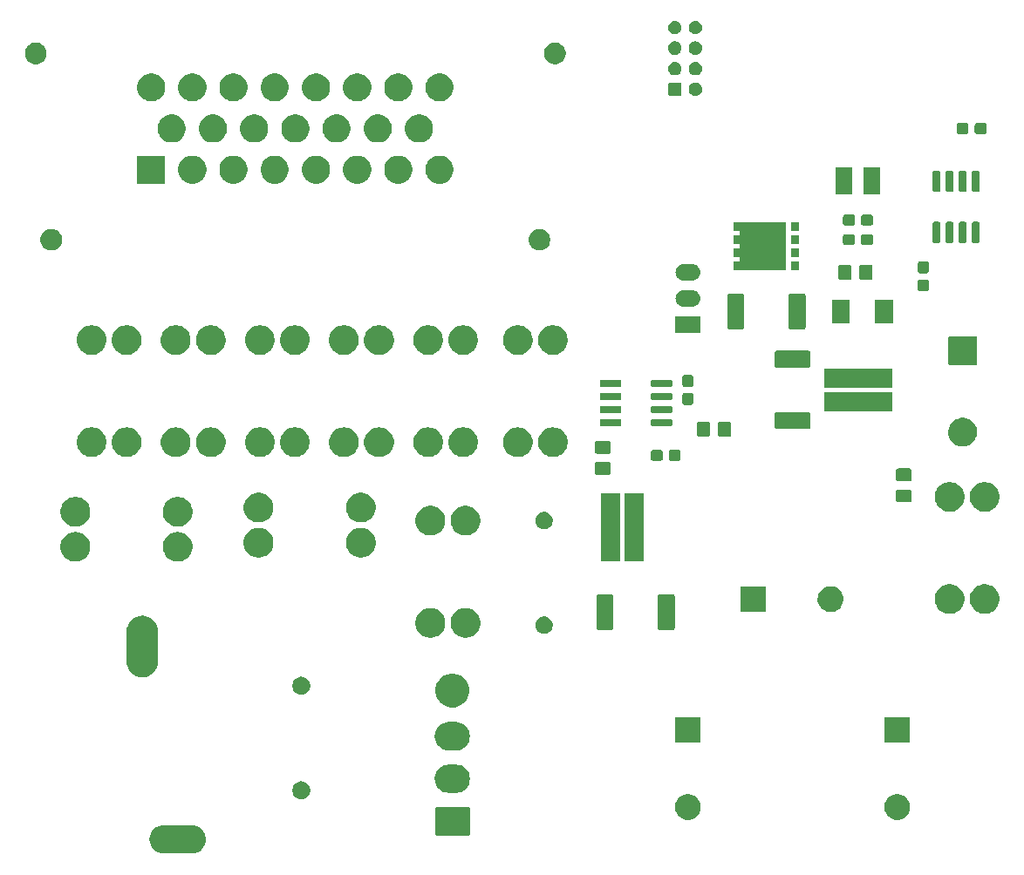
<source format=gts>
%TF.GenerationSoftware,KiCad,Pcbnew,5.1.5-52549c5~84~ubuntu18.04.1*%
%TF.CreationDate,2020-02-26T10:28:26-05:00*%
%TF.ProjectId,LV_Breakout,4c565f42-7265-4616-9b6f-75742e6b6963,rev?*%
%TF.SameCoordinates,PX678e028PY6d01460*%
%TF.FileFunction,Soldermask,Top*%
%TF.FilePolarity,Negative*%
%FSLAX46Y46*%
G04 Gerber Fmt 4.6, Leading zero omitted, Abs format (unit mm)*
G04 Created by KiCad (PCBNEW 5.1.5-52549c5~84~ubuntu18.04.1) date 2020-02-26 10:28:26*
%MOMM*%
%LPD*%
G04 APERTURE LIST*
%ADD10C,0.100000*%
G04 APERTURE END LIST*
D10*
G36*
X21223831Y5967631D02*
G01*
X21291703Y5960946D01*
X21552966Y5881693D01*
X21552968Y5881692D01*
X21793745Y5752994D01*
X21793747Y5752993D01*
X21793746Y5752993D01*
X22004792Y5579792D01*
X22177993Y5368746D01*
X22306693Y5127966D01*
X22351881Y4979000D01*
X22385946Y4866702D01*
X22412706Y4595000D01*
X22385946Y4323298D01*
X22306692Y4062032D01*
X22177994Y3821255D01*
X22004792Y3610208D01*
X21793745Y3437006D01*
X21552968Y3308308D01*
X21552966Y3308307D01*
X21291703Y3229054D01*
X21223831Y3222369D01*
X21088090Y3209000D01*
X18281910Y3209000D01*
X18146169Y3222369D01*
X18078297Y3229054D01*
X17817034Y3308307D01*
X17817032Y3308308D01*
X17576255Y3437006D01*
X17365208Y3610208D01*
X17192006Y3821255D01*
X17063308Y4062032D01*
X16984054Y4323298D01*
X16957294Y4595000D01*
X16984054Y4866702D01*
X17018119Y4979000D01*
X17063307Y5127966D01*
X17192007Y5368746D01*
X17365208Y5579792D01*
X17576254Y5752993D01*
X17576253Y5752993D01*
X17576255Y5752994D01*
X17817032Y5881692D01*
X17817034Y5881693D01*
X18078297Y5960946D01*
X18146169Y5967631D01*
X18281910Y5981000D01*
X21088090Y5981000D01*
X21223831Y5967631D01*
G37*
G36*
X47928436Y7717365D02*
G01*
X47958027Y7708389D01*
X47985296Y7693813D01*
X48009198Y7674198D01*
X48028813Y7650296D01*
X48043389Y7623027D01*
X48052365Y7593436D01*
X48056000Y7556526D01*
X48056000Y5143474D01*
X48052365Y5106564D01*
X48043389Y5076973D01*
X48028813Y5049704D01*
X48009198Y5025802D01*
X47985296Y5006187D01*
X47958027Y4991611D01*
X47928436Y4982635D01*
X47891526Y4979000D01*
X44818474Y4979000D01*
X44781564Y4982635D01*
X44751973Y4991611D01*
X44724704Y5006187D01*
X44700802Y5025802D01*
X44681187Y5049704D01*
X44666611Y5076973D01*
X44657635Y5106564D01*
X44654000Y5143474D01*
X44654000Y7556526D01*
X44657635Y7593436D01*
X44666611Y7623027D01*
X44681187Y7650296D01*
X44700802Y7674198D01*
X44724704Y7693813D01*
X44751973Y7708389D01*
X44781564Y7717365D01*
X44818474Y7721000D01*
X47891526Y7721000D01*
X47928436Y7717365D01*
G37*
G36*
X69579903Y8942925D02*
G01*
X69807571Y8848622D01*
X70012466Y8711715D01*
X70186715Y8537466D01*
X70186716Y8537464D01*
X70323623Y8332569D01*
X70417925Y8104903D01*
X70466000Y7863214D01*
X70466000Y7616786D01*
X70445156Y7511998D01*
X70417925Y7375097D01*
X70323622Y7147429D01*
X70186715Y6942534D01*
X70012466Y6768285D01*
X69807571Y6631378D01*
X69807570Y6631377D01*
X69807569Y6631377D01*
X69579903Y6537075D01*
X69338214Y6489000D01*
X69091786Y6489000D01*
X68850097Y6537075D01*
X68622431Y6631377D01*
X68622430Y6631377D01*
X68622429Y6631378D01*
X68417534Y6768285D01*
X68243285Y6942534D01*
X68106378Y7147429D01*
X68012075Y7375097D01*
X67984844Y7511998D01*
X67964000Y7616786D01*
X67964000Y7863214D01*
X68012075Y8104903D01*
X68106377Y8332569D01*
X68243284Y8537464D01*
X68243285Y8537466D01*
X68417534Y8711715D01*
X68622429Y8848622D01*
X68850097Y8942925D01*
X69091786Y8991000D01*
X69338214Y8991000D01*
X69579903Y8942925D01*
G37*
G36*
X89899903Y8942925D02*
G01*
X90127571Y8848622D01*
X90332466Y8711715D01*
X90506715Y8537466D01*
X90506716Y8537464D01*
X90643623Y8332569D01*
X90737925Y8104903D01*
X90786000Y7863214D01*
X90786000Y7616786D01*
X90765156Y7511998D01*
X90737925Y7375097D01*
X90643622Y7147429D01*
X90506715Y6942534D01*
X90332466Y6768285D01*
X90127571Y6631378D01*
X90127570Y6631377D01*
X90127569Y6631377D01*
X89899903Y6537075D01*
X89658214Y6489000D01*
X89411786Y6489000D01*
X89170097Y6537075D01*
X88942431Y6631377D01*
X88942430Y6631377D01*
X88942429Y6631378D01*
X88737534Y6768285D01*
X88563285Y6942534D01*
X88426378Y7147429D01*
X88332075Y7375097D01*
X88304844Y7511998D01*
X88284000Y7616786D01*
X88284000Y7863214D01*
X88332075Y8104903D01*
X88426377Y8332569D01*
X88563284Y8537464D01*
X88563285Y8537466D01*
X88737534Y8711715D01*
X88942429Y8848622D01*
X89170097Y8942925D01*
X89411786Y8991000D01*
X89658214Y8991000D01*
X89899903Y8942925D01*
G37*
G36*
X31864436Y10226812D02*
G01*
X31948332Y10210124D01*
X32106390Y10144654D01*
X32248634Y10049610D01*
X32369610Y9928634D01*
X32464654Y9786390D01*
X32530124Y9628332D01*
X32563500Y9460540D01*
X32563500Y9289460D01*
X32530124Y9121668D01*
X32464654Y8963610D01*
X32369610Y8821366D01*
X32248634Y8700390D01*
X32106390Y8605346D01*
X32027360Y8572611D01*
X31948332Y8539876D01*
X31864436Y8523188D01*
X31780541Y8506500D01*
X31609459Y8506500D01*
X31525564Y8523188D01*
X31441668Y8539876D01*
X31362640Y8572611D01*
X31283610Y8605346D01*
X31141366Y8700390D01*
X31020390Y8821366D01*
X30925346Y8963610D01*
X30859876Y9121668D01*
X30826500Y9289460D01*
X30826500Y9460540D01*
X30859876Y9628332D01*
X30925346Y9786390D01*
X31020390Y9928634D01*
X31141366Y10049610D01*
X31283610Y10144654D01*
X31441668Y10210124D01*
X31525564Y10226812D01*
X31609459Y10243500D01*
X31780541Y10243500D01*
X31864436Y10226812D01*
G37*
G36*
X46953761Y11841163D02*
G01*
X47212200Y11762766D01*
X47450372Y11635461D01*
X47659134Y11464134D01*
X47830461Y11255372D01*
X47957766Y11017200D01*
X48036163Y10758761D01*
X48062633Y10490000D01*
X48036163Y10221239D01*
X47957766Y9962800D01*
X47830461Y9724628D01*
X47659134Y9515866D01*
X47450372Y9344539D01*
X47212200Y9217234D01*
X46953761Y9138837D01*
X46752349Y9119000D01*
X45957651Y9119000D01*
X45756239Y9138837D01*
X45497800Y9217234D01*
X45259628Y9344539D01*
X45050866Y9515866D01*
X44879539Y9724628D01*
X44752234Y9962800D01*
X44673837Y10221239D01*
X44647367Y10490000D01*
X44673837Y10758761D01*
X44752234Y11017200D01*
X44879539Y11255372D01*
X45050866Y11464134D01*
X45259628Y11635461D01*
X45497800Y11762766D01*
X45756239Y11841163D01*
X45957651Y11861000D01*
X46752349Y11861000D01*
X46953761Y11841163D01*
G37*
G36*
X46953761Y15981163D02*
G01*
X47212200Y15902766D01*
X47450372Y15775461D01*
X47659134Y15604134D01*
X47830461Y15395372D01*
X47957766Y15157200D01*
X48036163Y14898761D01*
X48062633Y14630000D01*
X48036163Y14361239D01*
X47957766Y14102800D01*
X47830461Y13864628D01*
X47659134Y13655866D01*
X47450372Y13484539D01*
X47212200Y13357234D01*
X46953761Y13278837D01*
X46752349Y13259000D01*
X45957651Y13259000D01*
X45756239Y13278837D01*
X45497800Y13357234D01*
X45259628Y13484539D01*
X45050866Y13655866D01*
X44879539Y13864628D01*
X44752234Y14102800D01*
X44673837Y14361239D01*
X44647367Y14630000D01*
X44673837Y14898761D01*
X44752234Y15157200D01*
X44879539Y15395372D01*
X45050866Y15604134D01*
X45259628Y15775461D01*
X45497800Y15902766D01*
X45756239Y15981163D01*
X45957651Y16001000D01*
X46752349Y16001000D01*
X46953761Y15981163D01*
G37*
G36*
X90786000Y13989000D02*
G01*
X88284000Y13989000D01*
X88284000Y16491000D01*
X90786000Y16491000D01*
X90786000Y13989000D01*
G37*
G36*
X70466000Y13989000D02*
G01*
X67964000Y13989000D01*
X67964000Y16491000D01*
X70466000Y16491000D01*
X70466000Y13989000D01*
G37*
G36*
X46833661Y20647938D02*
G01*
X47132303Y20524236D01*
X47132305Y20524235D01*
X47401076Y20344648D01*
X47629648Y20116076D01*
X47743029Y19946390D01*
X47809236Y19847303D01*
X47932938Y19548661D01*
X47996000Y19231626D01*
X47996000Y18908374D01*
X47932938Y18591339D01*
X47809236Y18292697D01*
X47809235Y18292695D01*
X47629648Y18023924D01*
X47401076Y17795352D01*
X47132305Y17615765D01*
X47132304Y17615764D01*
X47132303Y17615764D01*
X46833661Y17492062D01*
X46516626Y17429000D01*
X46193374Y17429000D01*
X45876339Y17492062D01*
X45577697Y17615764D01*
X45577696Y17615764D01*
X45577695Y17615765D01*
X45308924Y17795352D01*
X45080352Y18023924D01*
X44900765Y18292695D01*
X44900764Y18292697D01*
X44777062Y18591339D01*
X44714000Y18908374D01*
X44714000Y19231626D01*
X44777062Y19548661D01*
X44900764Y19847303D01*
X44966972Y19946390D01*
X45080352Y20116076D01*
X45308924Y20344648D01*
X45577695Y20524235D01*
X45577697Y20524236D01*
X45876339Y20647938D01*
X46193374Y20711000D01*
X46516626Y20711000D01*
X46833661Y20647938D01*
G37*
G36*
X31864436Y20386812D02*
G01*
X31948332Y20370124D01*
X32009836Y20344648D01*
X32106390Y20304654D01*
X32248634Y20209610D01*
X32369610Y20088634D01*
X32464654Y19946390D01*
X32530124Y19788331D01*
X32563500Y19620541D01*
X32563500Y19449459D01*
X32530124Y19281669D01*
X32464654Y19123610D01*
X32369610Y18981366D01*
X32248634Y18860390D01*
X32106390Y18765346D01*
X32027360Y18732611D01*
X31948332Y18699876D01*
X31864436Y18683188D01*
X31780541Y18666500D01*
X31609459Y18666500D01*
X31525564Y18683188D01*
X31441668Y18699876D01*
X31362640Y18732611D01*
X31283610Y18765346D01*
X31141366Y18860390D01*
X31020390Y18981366D01*
X30925346Y19123610D01*
X30859876Y19281669D01*
X30826500Y19449459D01*
X30826500Y19620541D01*
X30859876Y19788331D01*
X30925346Y19946390D01*
X31020390Y20088634D01*
X31141366Y20209610D01*
X31283610Y20304654D01*
X31380164Y20344648D01*
X31441668Y20370124D01*
X31525564Y20386812D01*
X31609459Y20403500D01*
X31780541Y20403500D01*
X31864436Y20386812D01*
G37*
G36*
X16551697Y26299101D02*
G01*
X16836993Y26212557D01*
X17099923Y26072018D01*
X17330384Y25882884D01*
X17519518Y25652424D01*
X17660057Y25389494D01*
X17746601Y25104198D01*
X17768500Y24881852D01*
X17768500Y21808148D01*
X17746601Y21585802D01*
X17660057Y21300506D01*
X17519518Y21037576D01*
X17330384Y20807116D01*
X17099924Y20617982D01*
X16836994Y20477443D01*
X16551698Y20390899D01*
X16255000Y20361677D01*
X15958303Y20390899D01*
X15673007Y20477443D01*
X15410077Y20617982D01*
X15179617Y20807116D01*
X14990483Y21037576D01*
X14849944Y21300506D01*
X14763400Y21585802D01*
X14741501Y21808148D01*
X14741500Y24881851D01*
X14763399Y25104197D01*
X14849943Y25389493D01*
X14990482Y25652423D01*
X15179616Y25882884D01*
X15410076Y26072018D01*
X15673006Y26212557D01*
X15958302Y26299101D01*
X16255000Y26328323D01*
X16551697Y26299101D01*
G37*
G36*
X47906125Y27053312D02*
G01*
X48045324Y27025623D01*
X48153949Y26980629D01*
X48307568Y26916998D01*
X48543583Y26759298D01*
X48744298Y26558583D01*
X48901998Y26322568D01*
X48931642Y26251000D01*
X49010623Y26060324D01*
X49034064Y25942480D01*
X49066000Y25781927D01*
X49066000Y25498073D01*
X49010623Y25219677D01*
X48901998Y24957432D01*
X48744298Y24721417D01*
X48543583Y24520702D01*
X48307568Y24363002D01*
X48153949Y24299371D01*
X48045324Y24254377D01*
X47906125Y24226688D01*
X47766927Y24199000D01*
X47483073Y24199000D01*
X47343875Y24226688D01*
X47204676Y24254377D01*
X47096051Y24299371D01*
X46942432Y24363002D01*
X46706417Y24520702D01*
X46505702Y24721417D01*
X46348002Y24957432D01*
X46239377Y25219677D01*
X46184000Y25498073D01*
X46184000Y25781927D01*
X46215936Y25942480D01*
X46239377Y26060324D01*
X46318358Y26251000D01*
X46348002Y26322568D01*
X46505702Y26558583D01*
X46706417Y26759298D01*
X46942432Y26916998D01*
X47096051Y26980629D01*
X47204676Y27025623D01*
X47343875Y27053312D01*
X47483073Y27081000D01*
X47766927Y27081000D01*
X47906125Y27053312D01*
G37*
G36*
X44506125Y27053312D02*
G01*
X44645324Y27025623D01*
X44753949Y26980629D01*
X44907568Y26916998D01*
X45143583Y26759298D01*
X45344298Y26558583D01*
X45501998Y26322568D01*
X45531642Y26251000D01*
X45610623Y26060324D01*
X45634064Y25942480D01*
X45666000Y25781927D01*
X45666000Y25498073D01*
X45610623Y25219677D01*
X45501998Y24957432D01*
X45344298Y24721417D01*
X45143583Y24520702D01*
X44907568Y24363002D01*
X44753949Y24299371D01*
X44645324Y24254377D01*
X44506125Y24226688D01*
X44366927Y24199000D01*
X44083073Y24199000D01*
X43943875Y24226688D01*
X43804676Y24254377D01*
X43696051Y24299371D01*
X43542432Y24363002D01*
X43306417Y24520702D01*
X43105702Y24721417D01*
X42948002Y24957432D01*
X42839377Y25219677D01*
X42784000Y25498073D01*
X42784000Y25781927D01*
X42815936Y25942480D01*
X42839377Y26060324D01*
X42918358Y26251000D01*
X42948002Y26322568D01*
X43105702Y26558583D01*
X43306417Y26759298D01*
X43542432Y26916998D01*
X43696051Y26980629D01*
X43804676Y27025623D01*
X43943875Y27053312D01*
X44083073Y27081000D01*
X44366927Y27081000D01*
X44506125Y27053312D01*
G37*
G36*
X55493228Y26218297D02*
G01*
X55648100Y26154147D01*
X55787481Y26061015D01*
X55906015Y25942481D01*
X55999147Y25803100D01*
X56063297Y25648228D01*
X56096000Y25483816D01*
X56096000Y25316184D01*
X56063297Y25151772D01*
X55999147Y24996900D01*
X55906015Y24857519D01*
X55787481Y24738985D01*
X55648100Y24645853D01*
X55493228Y24581703D01*
X55328816Y24549000D01*
X55161184Y24549000D01*
X54996772Y24581703D01*
X54841900Y24645853D01*
X54702519Y24738985D01*
X54583985Y24857519D01*
X54490853Y24996900D01*
X54426703Y25151772D01*
X54394000Y25316184D01*
X54394000Y25483816D01*
X54426703Y25648228D01*
X54490853Y25803100D01*
X54583985Y25942481D01*
X54702519Y26061015D01*
X54841900Y26154147D01*
X54996772Y26218297D01*
X55161184Y26251000D01*
X55328816Y26251000D01*
X55493228Y26218297D01*
G37*
G36*
X67788820Y28391897D02*
G01*
X67822985Y28381533D01*
X67854464Y28364707D01*
X67882060Y28342060D01*
X67904707Y28314464D01*
X67921533Y28282985D01*
X67931897Y28248820D01*
X67936000Y28207158D01*
X67936000Y25132842D01*
X67931897Y25091180D01*
X67921533Y25057015D01*
X67904707Y25025536D01*
X67882060Y24997940D01*
X67854464Y24975293D01*
X67822985Y24958467D01*
X67788820Y24948103D01*
X67747158Y24944000D01*
X66497842Y24944000D01*
X66456180Y24948103D01*
X66422015Y24958467D01*
X66390536Y24975293D01*
X66362940Y24997940D01*
X66340293Y25025536D01*
X66323467Y25057015D01*
X66313103Y25091180D01*
X66309000Y25132842D01*
X66309000Y28207158D01*
X66313103Y28248820D01*
X66323467Y28282985D01*
X66340293Y28314464D01*
X66362940Y28342060D01*
X66390536Y28364707D01*
X66422015Y28381533D01*
X66456180Y28391897D01*
X66497842Y28396000D01*
X67747158Y28396000D01*
X67788820Y28391897D01*
G37*
G36*
X61813820Y28391897D02*
G01*
X61847985Y28381533D01*
X61879464Y28364707D01*
X61907060Y28342060D01*
X61929707Y28314464D01*
X61946533Y28282985D01*
X61956897Y28248820D01*
X61961000Y28207158D01*
X61961000Y25132842D01*
X61956897Y25091180D01*
X61946533Y25057015D01*
X61929707Y25025536D01*
X61907060Y24997940D01*
X61879464Y24975293D01*
X61847985Y24958467D01*
X61813820Y24948103D01*
X61772158Y24944000D01*
X60522842Y24944000D01*
X60481180Y24948103D01*
X60447015Y24958467D01*
X60415536Y24975293D01*
X60387940Y24997940D01*
X60365293Y25025536D01*
X60348467Y25057015D01*
X60338103Y25091180D01*
X60334000Y25132842D01*
X60334000Y28207158D01*
X60338103Y28248820D01*
X60348467Y28282985D01*
X60365293Y28314464D01*
X60387940Y28342060D01*
X60415536Y28364707D01*
X60447015Y28381533D01*
X60481180Y28391897D01*
X60522842Y28396000D01*
X61772158Y28396000D01*
X61813820Y28391897D01*
G37*
G36*
X94896125Y29353312D02*
G01*
X95035324Y29325623D01*
X95143949Y29280629D01*
X95297568Y29216998D01*
X95533583Y29059298D01*
X95734298Y28858583D01*
X95891998Y28622568D01*
X96000623Y28360323D01*
X96056000Y28081927D01*
X96056000Y27798073D01*
X96000623Y27519677D01*
X95891998Y27257432D01*
X95734298Y27021417D01*
X95533583Y26820702D01*
X95297568Y26663002D01*
X95143949Y26599371D01*
X95035324Y26554377D01*
X94896125Y26526688D01*
X94756927Y26499000D01*
X94473073Y26499000D01*
X94333875Y26526688D01*
X94194676Y26554377D01*
X94086051Y26599371D01*
X93932432Y26663002D01*
X93696417Y26820702D01*
X93495702Y27021417D01*
X93338002Y27257432D01*
X93229377Y27519677D01*
X93174000Y27798073D01*
X93174000Y28081927D01*
X93229377Y28360323D01*
X93338002Y28622568D01*
X93495702Y28858583D01*
X93696417Y29059298D01*
X93932432Y29216998D01*
X94086051Y29280629D01*
X94194676Y29325623D01*
X94333875Y29353311D01*
X94473073Y29381000D01*
X94756927Y29381000D01*
X94896125Y29353312D01*
G37*
G36*
X98296125Y29353312D02*
G01*
X98435324Y29325623D01*
X98543949Y29280629D01*
X98697568Y29216998D01*
X98933583Y29059298D01*
X99134298Y28858583D01*
X99291998Y28622568D01*
X99400623Y28360323D01*
X99456000Y28081927D01*
X99456000Y27798073D01*
X99400623Y27519677D01*
X99291998Y27257432D01*
X99134298Y27021417D01*
X98933583Y26820702D01*
X98697568Y26663002D01*
X98543949Y26599371D01*
X98435324Y26554377D01*
X98296125Y26526688D01*
X98156927Y26499000D01*
X97873073Y26499000D01*
X97733875Y26526688D01*
X97594676Y26554377D01*
X97486051Y26599371D01*
X97332432Y26663002D01*
X97096417Y26820702D01*
X96895702Y27021417D01*
X96738002Y27257432D01*
X96629377Y27519677D01*
X96574000Y27798073D01*
X96574000Y28081927D01*
X96629377Y28360323D01*
X96738002Y28622568D01*
X96895702Y28858583D01*
X97096417Y29059298D01*
X97332432Y29216998D01*
X97486051Y29280629D01*
X97594676Y29325623D01*
X97733875Y29353311D01*
X97873073Y29381000D01*
X98156927Y29381000D01*
X98296125Y29353312D01*
G37*
G36*
X83429903Y29142925D02*
G01*
X83631800Y29059297D01*
X83657571Y29048622D01*
X83862466Y28911715D01*
X84036715Y28737466D01*
X84173622Y28532571D01*
X84173623Y28532569D01*
X84267925Y28304903D01*
X84302859Y28129280D01*
X84316000Y28063213D01*
X84316000Y27816787D01*
X84267925Y27575097D01*
X84173622Y27347429D01*
X84036715Y27142534D01*
X83862466Y26968285D01*
X83657571Y26831378D01*
X83657570Y26831377D01*
X83657569Y26831377D01*
X83429903Y26737075D01*
X83188214Y26689000D01*
X82941786Y26689000D01*
X82700097Y26737075D01*
X82472431Y26831377D01*
X82472430Y26831377D01*
X82472429Y26831378D01*
X82267534Y26968285D01*
X82093285Y27142534D01*
X81956378Y27347429D01*
X81862075Y27575097D01*
X81814000Y27816787D01*
X81814000Y28063213D01*
X81827142Y28129280D01*
X81862075Y28304903D01*
X81956377Y28532569D01*
X81956378Y28532571D01*
X82093285Y28737466D01*
X82267534Y28911715D01*
X82472429Y29048622D01*
X82498201Y29059297D01*
X82700097Y29142925D01*
X82941786Y29191000D01*
X83188214Y29191000D01*
X83429903Y29142925D01*
G37*
G36*
X76816000Y26689000D02*
G01*
X74314000Y26689000D01*
X74314000Y29191000D01*
X76816000Y29191000D01*
X76816000Y26689000D01*
G37*
G36*
X19928966Y34440703D02*
G01*
X20105324Y34405623D01*
X20213949Y34360629D01*
X20367568Y34296998D01*
X20603583Y34139298D01*
X20804298Y33938583D01*
X20961998Y33702568D01*
X21070623Y33440323D01*
X21126000Y33161927D01*
X21126000Y32878073D01*
X21070623Y32599677D01*
X20961998Y32337432D01*
X20804298Y32101417D01*
X20603583Y31900702D01*
X20367568Y31743002D01*
X20213949Y31679371D01*
X20105324Y31634377D01*
X20053155Y31624000D01*
X19826927Y31579000D01*
X19543073Y31579000D01*
X19316845Y31624000D01*
X19264676Y31634377D01*
X19156051Y31679371D01*
X19002432Y31743002D01*
X18766417Y31900702D01*
X18565702Y32101417D01*
X18408002Y32337432D01*
X18299377Y32599677D01*
X18244000Y32878073D01*
X18244000Y33161927D01*
X18299377Y33440323D01*
X18408002Y33702568D01*
X18565702Y33938583D01*
X18766417Y34139298D01*
X19002432Y34296998D01*
X19156051Y34360629D01*
X19264676Y34405623D01*
X19441034Y34440703D01*
X19543073Y34461000D01*
X19826927Y34461000D01*
X19928966Y34440703D01*
G37*
G36*
X10008966Y34440703D02*
G01*
X10185324Y34405623D01*
X10293949Y34360629D01*
X10447568Y34296998D01*
X10683583Y34139298D01*
X10884298Y33938583D01*
X11041998Y33702568D01*
X11150623Y33440323D01*
X11206000Y33161927D01*
X11206000Y32878073D01*
X11150623Y32599677D01*
X11041998Y32337432D01*
X10884298Y32101417D01*
X10683583Y31900702D01*
X10447568Y31743002D01*
X10293949Y31679371D01*
X10185324Y31634377D01*
X10133155Y31624000D01*
X9906927Y31579000D01*
X9623073Y31579000D01*
X9396845Y31624000D01*
X9344676Y31634377D01*
X9236051Y31679371D01*
X9082432Y31743002D01*
X8846417Y31900702D01*
X8645702Y32101417D01*
X8488002Y32337432D01*
X8379377Y32599677D01*
X8324000Y32878073D01*
X8324000Y33161927D01*
X8379377Y33440323D01*
X8488002Y33702568D01*
X8645702Y33938583D01*
X8846417Y34139298D01*
X9082432Y34296998D01*
X9236051Y34360629D01*
X9344676Y34405623D01*
X9521034Y34440703D01*
X9623073Y34461000D01*
X9906927Y34461000D01*
X10008966Y34440703D01*
G37*
G36*
X64921601Y31624000D02*
G01*
X63064001Y31624000D01*
X63064001Y38226000D01*
X64921601Y38226000D01*
X64921601Y31624000D01*
G37*
G36*
X62665999Y31624000D02*
G01*
X60808399Y31624000D01*
X60808399Y38226000D01*
X62665999Y38226000D01*
X62665999Y31624000D01*
G37*
G36*
X27826125Y34843311D02*
G01*
X27965324Y34815623D01*
X28073949Y34770629D01*
X28227568Y34706998D01*
X28463583Y34549298D01*
X28664298Y34348583D01*
X28821998Y34112568D01*
X28930623Y33850323D01*
X28986000Y33571927D01*
X28986000Y33288073D01*
X28930623Y33009677D01*
X28821998Y32747432D01*
X28664298Y32511417D01*
X28463583Y32310702D01*
X28227568Y32153002D01*
X28103030Y32101417D01*
X27965324Y32044377D01*
X27826125Y32016688D01*
X27686927Y31989000D01*
X27403073Y31989000D01*
X27263875Y32016688D01*
X27124676Y32044377D01*
X26986970Y32101417D01*
X26862432Y32153002D01*
X26626417Y32310702D01*
X26425702Y32511417D01*
X26268002Y32747432D01*
X26159377Y33009677D01*
X26104000Y33288073D01*
X26104000Y33571927D01*
X26159377Y33850323D01*
X26268002Y34112568D01*
X26425702Y34348583D01*
X26626417Y34549298D01*
X26862432Y34706998D01*
X27016051Y34770629D01*
X27124676Y34815623D01*
X27263875Y34843311D01*
X27403073Y34871000D01*
X27686927Y34871000D01*
X27826125Y34843311D01*
G37*
G36*
X37746125Y34843311D02*
G01*
X37885324Y34815623D01*
X37993949Y34770629D01*
X38147568Y34706998D01*
X38383583Y34549298D01*
X38584298Y34348583D01*
X38741998Y34112568D01*
X38850623Y33850323D01*
X38906000Y33571927D01*
X38906000Y33288073D01*
X38850623Y33009677D01*
X38741998Y32747432D01*
X38584298Y32511417D01*
X38383583Y32310702D01*
X38147568Y32153002D01*
X38023030Y32101417D01*
X37885324Y32044377D01*
X37746125Y32016688D01*
X37606927Y31989000D01*
X37323073Y31989000D01*
X37183875Y32016688D01*
X37044676Y32044377D01*
X36906970Y32101417D01*
X36782432Y32153002D01*
X36546417Y32310702D01*
X36345702Y32511417D01*
X36188002Y32747432D01*
X36079377Y33009677D01*
X36024000Y33288073D01*
X36024000Y33571927D01*
X36079377Y33850323D01*
X36188002Y34112568D01*
X36345702Y34348583D01*
X36546417Y34549298D01*
X36782432Y34706998D01*
X36936051Y34770629D01*
X37044676Y34815623D01*
X37183875Y34843312D01*
X37323073Y34871000D01*
X37606927Y34871000D01*
X37746125Y34843311D01*
G37*
G36*
X47906125Y36973312D02*
G01*
X48045324Y36945623D01*
X48153949Y36900629D01*
X48307568Y36836998D01*
X48543583Y36679298D01*
X48744298Y36478583D01*
X48901998Y36242568D01*
X48941404Y36147432D01*
X49010623Y35980324D01*
X49024330Y35911416D01*
X49064255Y35710702D01*
X49066000Y35701926D01*
X49066000Y35418074D01*
X49011285Y35143002D01*
X49010623Y35139677D01*
X48901998Y34877432D01*
X48744298Y34641417D01*
X48543583Y34440702D01*
X48307568Y34283002D01*
X48153949Y34219371D01*
X48045324Y34174377D01*
X47906125Y34146688D01*
X47766927Y34119000D01*
X47483073Y34119000D01*
X47343875Y34146688D01*
X47204676Y34174377D01*
X47096051Y34219371D01*
X46942432Y34283002D01*
X46706417Y34440702D01*
X46505702Y34641417D01*
X46348002Y34877432D01*
X46239377Y35139677D01*
X46238716Y35143002D01*
X46184000Y35418074D01*
X46184000Y35701926D01*
X46185746Y35710702D01*
X46225670Y35911416D01*
X46239377Y35980324D01*
X46308596Y36147432D01*
X46348002Y36242568D01*
X46505702Y36478583D01*
X46706417Y36679298D01*
X46942432Y36836998D01*
X47096051Y36900629D01*
X47204676Y36945623D01*
X47343875Y36973312D01*
X47483073Y37001000D01*
X47766927Y37001000D01*
X47906125Y36973312D01*
G37*
G36*
X44506125Y36973312D02*
G01*
X44645324Y36945623D01*
X44753949Y36900629D01*
X44907568Y36836998D01*
X45143583Y36679298D01*
X45344298Y36478583D01*
X45501998Y36242568D01*
X45541404Y36147432D01*
X45610623Y35980324D01*
X45624330Y35911416D01*
X45664255Y35710702D01*
X45666000Y35701926D01*
X45666000Y35418074D01*
X45611285Y35143002D01*
X45610623Y35139677D01*
X45501998Y34877432D01*
X45344298Y34641417D01*
X45143583Y34440702D01*
X44907568Y34283002D01*
X44753949Y34219371D01*
X44645324Y34174377D01*
X44506125Y34146688D01*
X44366927Y34119000D01*
X44083073Y34119000D01*
X43943875Y34146688D01*
X43804676Y34174377D01*
X43696051Y34219371D01*
X43542432Y34283002D01*
X43306417Y34440702D01*
X43105702Y34641417D01*
X42948002Y34877432D01*
X42839377Y35139677D01*
X42838716Y35143002D01*
X42784000Y35418074D01*
X42784000Y35701926D01*
X42785746Y35710702D01*
X42825670Y35911416D01*
X42839377Y35980324D01*
X42908596Y36147432D01*
X42948002Y36242568D01*
X43105702Y36478583D01*
X43306417Y36679298D01*
X43542432Y36836998D01*
X43696051Y36900629D01*
X43804676Y36945623D01*
X43943875Y36973312D01*
X44083073Y37001000D01*
X44366927Y37001000D01*
X44506125Y36973312D01*
G37*
G36*
X55493228Y36378297D02*
G01*
X55648100Y36314147D01*
X55787481Y36221015D01*
X55906015Y36102481D01*
X55999147Y35963100D01*
X56063297Y35808228D01*
X56096000Y35643816D01*
X56096000Y35476184D01*
X56063297Y35311772D01*
X55999147Y35156900D01*
X55906015Y35017519D01*
X55787481Y34898985D01*
X55648100Y34805853D01*
X55493228Y34741703D01*
X55328816Y34709000D01*
X55161184Y34709000D01*
X54996772Y34741703D01*
X54841900Y34805853D01*
X54702519Y34898985D01*
X54583985Y35017519D01*
X54490853Y35156900D01*
X54426703Y35311772D01*
X54394000Y35476184D01*
X54394000Y35643816D01*
X54426703Y35808228D01*
X54490853Y35963100D01*
X54583985Y36102481D01*
X54702519Y36221015D01*
X54841900Y36314147D01*
X54996772Y36378297D01*
X55161184Y36411000D01*
X55328816Y36411000D01*
X55493228Y36378297D01*
G37*
G36*
X19966125Y37833311D02*
G01*
X20105324Y37805623D01*
X20213949Y37760629D01*
X20367568Y37696998D01*
X20603583Y37539298D01*
X20804298Y37338583D01*
X20961998Y37102568D01*
X21016111Y36971927D01*
X21070623Y36840324D01*
X21071285Y36836997D01*
X21126000Y36561927D01*
X21126000Y36278073D01*
X21114650Y36221015D01*
X21070623Y35999676D01*
X21055471Y35963097D01*
X20961998Y35737432D01*
X20804298Y35501417D01*
X20603583Y35300702D01*
X20367568Y35143002D01*
X20213949Y35079371D01*
X20105324Y35034377D01*
X20020578Y35017520D01*
X19826927Y34979000D01*
X19543073Y34979000D01*
X19349422Y35017520D01*
X19264676Y35034377D01*
X19156051Y35079371D01*
X19002432Y35143002D01*
X18766417Y35300702D01*
X18565702Y35501417D01*
X18408002Y35737432D01*
X18314529Y35963097D01*
X18299377Y35999676D01*
X18255350Y36221015D01*
X18244000Y36278073D01*
X18244000Y36561927D01*
X18298715Y36836997D01*
X18299377Y36840324D01*
X18353889Y36971927D01*
X18408002Y37102568D01*
X18565702Y37338583D01*
X18766417Y37539298D01*
X19002432Y37696998D01*
X19156051Y37760629D01*
X19264676Y37805623D01*
X19403875Y37833311D01*
X19543073Y37861000D01*
X19826927Y37861000D01*
X19966125Y37833311D01*
G37*
G36*
X10046125Y37833311D02*
G01*
X10185324Y37805623D01*
X10293949Y37760629D01*
X10447568Y37696998D01*
X10683583Y37539298D01*
X10884298Y37338583D01*
X11041998Y37102568D01*
X11096111Y36971927D01*
X11150623Y36840324D01*
X11151285Y36836997D01*
X11206000Y36561927D01*
X11206000Y36278073D01*
X11194650Y36221015D01*
X11150623Y35999676D01*
X11135471Y35963097D01*
X11041998Y35737432D01*
X10884298Y35501417D01*
X10683583Y35300702D01*
X10447568Y35143002D01*
X10293949Y35079371D01*
X10185324Y35034377D01*
X10100578Y35017520D01*
X9906927Y34979000D01*
X9623073Y34979000D01*
X9429422Y35017520D01*
X9344676Y35034377D01*
X9236051Y35079371D01*
X9082432Y35143002D01*
X8846417Y35300702D01*
X8645702Y35501417D01*
X8488002Y35737432D01*
X8394529Y35963097D01*
X8379377Y35999676D01*
X8335350Y36221015D01*
X8324000Y36278073D01*
X8324000Y36561927D01*
X8378715Y36836997D01*
X8379377Y36840324D01*
X8433889Y36971927D01*
X8488002Y37102568D01*
X8645702Y37338583D01*
X8846417Y37539298D01*
X9082432Y37696998D01*
X9236051Y37760629D01*
X9344676Y37805623D01*
X9483875Y37833311D01*
X9623073Y37861000D01*
X9906927Y37861000D01*
X10046125Y37833311D01*
G37*
G36*
X27826125Y38243312D02*
G01*
X27965324Y38215623D01*
X28073949Y38170629D01*
X28227568Y38106998D01*
X28463583Y37949298D01*
X28664298Y37748583D01*
X28821998Y37512568D01*
X28865014Y37408718D01*
X28891449Y37344899D01*
X28930623Y37250323D01*
X28986000Y36971927D01*
X28986000Y36688073D01*
X28984254Y36679297D01*
X28932478Y36419000D01*
X28930623Y36409677D01*
X28821998Y36147432D01*
X28664298Y35911417D01*
X28463583Y35710702D01*
X28227568Y35553002D01*
X28103030Y35501417D01*
X27965324Y35444377D01*
X27833090Y35418074D01*
X27686927Y35389000D01*
X27403073Y35389000D01*
X27256910Y35418074D01*
X27124676Y35444377D01*
X26986970Y35501417D01*
X26862432Y35553002D01*
X26626417Y35710702D01*
X26425702Y35911417D01*
X26268002Y36147432D01*
X26159377Y36409677D01*
X26157523Y36419000D01*
X26105746Y36679297D01*
X26104000Y36688073D01*
X26104000Y36971927D01*
X26159377Y37250323D01*
X26198552Y37344899D01*
X26224986Y37408718D01*
X26268002Y37512568D01*
X26425702Y37748583D01*
X26626417Y37949298D01*
X26862432Y38106998D01*
X27016051Y38170629D01*
X27124676Y38215623D01*
X27263875Y38243312D01*
X27403073Y38271000D01*
X27686927Y38271000D01*
X27826125Y38243312D01*
G37*
G36*
X37746125Y38243312D02*
G01*
X37885324Y38215623D01*
X37993949Y38170629D01*
X38147568Y38106998D01*
X38383583Y37949298D01*
X38584298Y37748583D01*
X38741998Y37512568D01*
X38785014Y37408718D01*
X38811449Y37344899D01*
X38850623Y37250323D01*
X38906000Y36971927D01*
X38906000Y36688073D01*
X38904254Y36679297D01*
X38852478Y36419000D01*
X38850623Y36409677D01*
X38741998Y36147432D01*
X38584298Y35911417D01*
X38383583Y35710702D01*
X38147568Y35553002D01*
X38023030Y35501417D01*
X37885324Y35444377D01*
X37753090Y35418074D01*
X37606927Y35389000D01*
X37323073Y35389000D01*
X37176910Y35418074D01*
X37044676Y35444377D01*
X36906970Y35501417D01*
X36782432Y35553002D01*
X36546417Y35710702D01*
X36345702Y35911417D01*
X36188002Y36147432D01*
X36079377Y36409677D01*
X36077523Y36419000D01*
X36025746Y36679297D01*
X36024000Y36688073D01*
X36024000Y36971927D01*
X36079377Y37250323D01*
X36118552Y37344899D01*
X36144986Y37408718D01*
X36188002Y37512568D01*
X36345702Y37748583D01*
X36546417Y37949298D01*
X36782432Y38106998D01*
X36936051Y38170629D01*
X37044676Y38215623D01*
X37183875Y38243312D01*
X37323073Y38271000D01*
X37606927Y38271000D01*
X37746125Y38243312D01*
G37*
G36*
X98296125Y39273312D02*
G01*
X98435324Y39245623D01*
X98543949Y39200629D01*
X98697568Y39136998D01*
X98933583Y38979298D01*
X99134298Y38778583D01*
X99291998Y38542568D01*
X99309099Y38501282D01*
X99400623Y38280324D01*
X99456000Y38001926D01*
X99456000Y37718074D01*
X99400623Y37439676D01*
X99363361Y37349718D01*
X99291998Y37177432D01*
X99134298Y36941417D01*
X98933583Y36740702D01*
X98697568Y36583002D01*
X98543949Y36519371D01*
X98435324Y36474377D01*
X98296125Y36446689D01*
X98156927Y36419000D01*
X97873073Y36419000D01*
X97733875Y36446688D01*
X97594676Y36474377D01*
X97486051Y36519371D01*
X97332432Y36583002D01*
X97096417Y36740702D01*
X96895702Y36941417D01*
X96738002Y37177432D01*
X96666639Y37349718D01*
X96629377Y37439676D01*
X96574000Y37718074D01*
X96574000Y38001926D01*
X96629377Y38280324D01*
X96720901Y38501282D01*
X96738002Y38542568D01*
X96895702Y38778583D01*
X97096417Y38979298D01*
X97332432Y39136998D01*
X97486051Y39200629D01*
X97594676Y39245623D01*
X97733875Y39273312D01*
X97873073Y39301000D01*
X98156927Y39301000D01*
X98296125Y39273312D01*
G37*
G36*
X94896125Y39273312D02*
G01*
X95035324Y39245623D01*
X95143949Y39200629D01*
X95297568Y39136998D01*
X95533583Y38979298D01*
X95734298Y38778583D01*
X95891998Y38542568D01*
X95909099Y38501282D01*
X96000623Y38280324D01*
X96056000Y38001926D01*
X96056000Y37718074D01*
X96000623Y37439676D01*
X95963361Y37349718D01*
X95891998Y37177432D01*
X95734298Y36941417D01*
X95533583Y36740702D01*
X95297568Y36583002D01*
X95143949Y36519371D01*
X95035324Y36474377D01*
X94896125Y36446689D01*
X94756927Y36419000D01*
X94473073Y36419000D01*
X94333875Y36446688D01*
X94194676Y36474377D01*
X94086051Y36519371D01*
X93932432Y36583002D01*
X93696417Y36740702D01*
X93495702Y36941417D01*
X93338002Y37177432D01*
X93266639Y37349718D01*
X93229377Y37439676D01*
X93174000Y37718074D01*
X93174000Y38001926D01*
X93229377Y38280324D01*
X93320901Y38501282D01*
X93338002Y38542568D01*
X93495702Y38778583D01*
X93696417Y38979298D01*
X93932432Y39136998D01*
X94086051Y39200629D01*
X94194676Y39245623D01*
X94333875Y39273312D01*
X94473073Y39301000D01*
X94756927Y39301000D01*
X94896125Y39273312D01*
G37*
G36*
X90758674Y38576535D02*
G01*
X90796367Y38565101D01*
X90831103Y38546534D01*
X90861548Y38521548D01*
X90886534Y38491103D01*
X90905101Y38456367D01*
X90916535Y38418674D01*
X90921000Y38373339D01*
X90921000Y37536661D01*
X90916535Y37491326D01*
X90905101Y37453633D01*
X90886534Y37418897D01*
X90861548Y37388452D01*
X90831103Y37363466D01*
X90796367Y37344899D01*
X90758674Y37333465D01*
X90713339Y37329000D01*
X89626661Y37329000D01*
X89581326Y37333465D01*
X89543633Y37344899D01*
X89508897Y37363466D01*
X89478452Y37388452D01*
X89453466Y37418897D01*
X89434899Y37453633D01*
X89423465Y37491326D01*
X89419000Y37536661D01*
X89419000Y38373339D01*
X89423465Y38418674D01*
X89434899Y38456367D01*
X89453466Y38491103D01*
X89478452Y38521548D01*
X89508897Y38546534D01*
X89543633Y38565101D01*
X89581326Y38576535D01*
X89626661Y38581000D01*
X90713339Y38581000D01*
X90758674Y38576535D01*
G37*
G36*
X90758674Y40626535D02*
G01*
X90796367Y40615101D01*
X90831103Y40596534D01*
X90861548Y40571548D01*
X90886534Y40541103D01*
X90905101Y40506367D01*
X90916535Y40468674D01*
X90921000Y40423339D01*
X90921000Y39586661D01*
X90916535Y39541326D01*
X90905101Y39503633D01*
X90886534Y39468897D01*
X90861548Y39438452D01*
X90831103Y39413466D01*
X90796367Y39394899D01*
X90758674Y39383465D01*
X90713339Y39379000D01*
X89626661Y39379000D01*
X89581326Y39383465D01*
X89543633Y39394899D01*
X89508897Y39413466D01*
X89478452Y39438452D01*
X89453466Y39468897D01*
X89434899Y39503633D01*
X89423465Y39541326D01*
X89419000Y39586661D01*
X89419000Y40423339D01*
X89423465Y40468674D01*
X89434899Y40506367D01*
X89453466Y40541103D01*
X89478452Y40571548D01*
X89508897Y40596534D01*
X89543633Y40615101D01*
X89581326Y40626535D01*
X89626661Y40631000D01*
X90713339Y40631000D01*
X90758674Y40626535D01*
G37*
G36*
X61548674Y41261535D02*
G01*
X61586367Y41250101D01*
X61621103Y41231534D01*
X61651548Y41206548D01*
X61676534Y41176103D01*
X61695101Y41141367D01*
X61706535Y41103674D01*
X61711000Y41058339D01*
X61711000Y40221661D01*
X61706535Y40176326D01*
X61695101Y40138633D01*
X61676534Y40103897D01*
X61651548Y40073452D01*
X61621103Y40048466D01*
X61586367Y40029899D01*
X61548674Y40018465D01*
X61503339Y40014000D01*
X60416661Y40014000D01*
X60371326Y40018465D01*
X60333633Y40029899D01*
X60298897Y40048466D01*
X60268452Y40073452D01*
X60243466Y40103897D01*
X60224899Y40138633D01*
X60213465Y40176326D01*
X60209000Y40221661D01*
X60209000Y41058339D01*
X60213465Y41103674D01*
X60224899Y41141367D01*
X60243466Y41176103D01*
X60268452Y41206548D01*
X60298897Y41231534D01*
X60333633Y41250101D01*
X60371326Y41261535D01*
X60416661Y41266000D01*
X61503339Y41266000D01*
X61548674Y41261535D01*
G37*
G36*
X66609499Y42431555D02*
G01*
X66646995Y42420180D01*
X66681554Y42401708D01*
X66711847Y42376847D01*
X66736708Y42346554D01*
X66755180Y42311995D01*
X66766555Y42274499D01*
X66771000Y42229362D01*
X66771000Y41590638D01*
X66766555Y41545501D01*
X66755180Y41508005D01*
X66736708Y41473446D01*
X66711847Y41443153D01*
X66681554Y41418292D01*
X66646995Y41399820D01*
X66609499Y41388445D01*
X66564362Y41384000D01*
X65825638Y41384000D01*
X65780501Y41388445D01*
X65743005Y41399820D01*
X65708446Y41418292D01*
X65678153Y41443153D01*
X65653292Y41473446D01*
X65634820Y41508005D01*
X65623445Y41545501D01*
X65619000Y41590638D01*
X65619000Y42229362D01*
X65623445Y42274499D01*
X65634820Y42311995D01*
X65653292Y42346554D01*
X65678153Y42376847D01*
X65708446Y42401708D01*
X65743005Y42420180D01*
X65780501Y42431555D01*
X65825638Y42436000D01*
X66564362Y42436000D01*
X66609499Y42431555D01*
G37*
G36*
X68359499Y42431555D02*
G01*
X68396995Y42420180D01*
X68431554Y42401708D01*
X68461847Y42376847D01*
X68486708Y42346554D01*
X68505180Y42311995D01*
X68516555Y42274499D01*
X68521000Y42229362D01*
X68521000Y41590638D01*
X68516555Y41545501D01*
X68505180Y41508005D01*
X68486708Y41473446D01*
X68461847Y41443153D01*
X68431554Y41418292D01*
X68396995Y41399820D01*
X68359499Y41388445D01*
X68314362Y41384000D01*
X67575638Y41384000D01*
X67530501Y41388445D01*
X67493005Y41399820D01*
X67458446Y41418292D01*
X67428153Y41443153D01*
X67403292Y41473446D01*
X67384820Y41508005D01*
X67373445Y41545501D01*
X67369000Y41590638D01*
X67369000Y42229362D01*
X67373445Y42274499D01*
X67384820Y42311995D01*
X67403292Y42346554D01*
X67428153Y42376847D01*
X67458446Y42401708D01*
X67493005Y42420180D01*
X67530501Y42431555D01*
X67575638Y42436000D01*
X68314362Y42436000D01*
X68359499Y42431555D01*
G37*
G36*
X31284286Y44606180D02*
G01*
X31488179Y44565623D01*
X31548744Y44540536D01*
X31750423Y44456998D01*
X31986438Y44299298D01*
X32187153Y44098583D01*
X32344853Y43862568D01*
X32404023Y43719718D01*
X32453478Y43600324D01*
X32508855Y43321926D01*
X32508855Y43038074D01*
X32453478Y42759676D01*
X32408484Y42651051D01*
X32344853Y42497432D01*
X32187153Y42261417D01*
X31986438Y42060702D01*
X31750423Y41903002D01*
X31596804Y41839371D01*
X31488179Y41794377D01*
X31348980Y41766688D01*
X31209782Y41739000D01*
X30925928Y41739000D01*
X30786730Y41766688D01*
X30647531Y41794377D01*
X30538906Y41839371D01*
X30385287Y41903002D01*
X30149272Y42060702D01*
X29948557Y42261417D01*
X29790857Y42497432D01*
X29727226Y42651051D01*
X29682232Y42759676D01*
X29626855Y43038074D01*
X29626855Y43321926D01*
X29682232Y43600324D01*
X29731687Y43719718D01*
X29790857Y43862568D01*
X29948557Y44098583D01*
X30149272Y44299298D01*
X30385287Y44456998D01*
X30586966Y44540536D01*
X30647531Y44565623D01*
X30851424Y44606180D01*
X30925928Y44621000D01*
X31209782Y44621000D01*
X31284286Y44606180D01*
G37*
G36*
X11555716Y44606180D02*
G01*
X11759609Y44565623D01*
X11820174Y44540536D01*
X12021853Y44456998D01*
X12257868Y44299298D01*
X12458583Y44098583D01*
X12616283Y43862568D01*
X12675453Y43719718D01*
X12724908Y43600324D01*
X12780285Y43321926D01*
X12780285Y43038074D01*
X12724908Y42759676D01*
X12679914Y42651051D01*
X12616283Y42497432D01*
X12458583Y42261417D01*
X12257868Y42060702D01*
X12021853Y41903002D01*
X11868234Y41839371D01*
X11759609Y41794377D01*
X11620410Y41766688D01*
X11481212Y41739000D01*
X11197358Y41739000D01*
X11058160Y41766688D01*
X10918961Y41794377D01*
X10810336Y41839371D01*
X10656717Y41903002D01*
X10420702Y42060702D01*
X10219987Y42261417D01*
X10062287Y42497432D01*
X9998656Y42651051D01*
X9953662Y42759676D01*
X9898285Y43038074D01*
X9898285Y43321926D01*
X9953662Y43600324D01*
X10003117Y43719718D01*
X10062287Y43862568D01*
X10219987Y44098583D01*
X10420702Y44299298D01*
X10656717Y44456998D01*
X10858396Y44540536D01*
X10918961Y44565623D01*
X11122854Y44606180D01*
X11197358Y44621000D01*
X11481212Y44621000D01*
X11555716Y44606180D01*
G37*
G36*
X14955716Y44606180D02*
G01*
X15159609Y44565623D01*
X15220174Y44540536D01*
X15421853Y44456998D01*
X15657868Y44299298D01*
X15858583Y44098583D01*
X16016283Y43862568D01*
X16075453Y43719718D01*
X16124908Y43600324D01*
X16180285Y43321926D01*
X16180285Y43038074D01*
X16124908Y42759676D01*
X16079914Y42651051D01*
X16016283Y42497432D01*
X15858583Y42261417D01*
X15657868Y42060702D01*
X15421853Y41903002D01*
X15268234Y41839371D01*
X15159609Y41794377D01*
X15020410Y41766688D01*
X14881212Y41739000D01*
X14597358Y41739000D01*
X14458160Y41766688D01*
X14318961Y41794377D01*
X14210336Y41839371D01*
X14056717Y41903002D01*
X13820702Y42060702D01*
X13619987Y42261417D01*
X13462287Y42497432D01*
X13398656Y42651051D01*
X13353662Y42759676D01*
X13298285Y43038074D01*
X13298285Y43321926D01*
X13353662Y43600324D01*
X13403117Y43719718D01*
X13462287Y43862568D01*
X13619987Y44098583D01*
X13820702Y44299298D01*
X14056717Y44456998D01*
X14258396Y44540536D01*
X14318961Y44565623D01*
X14522854Y44606180D01*
X14597358Y44621000D01*
X14881212Y44621000D01*
X14955716Y44606180D01*
G37*
G36*
X27884286Y44606180D02*
G01*
X28088179Y44565623D01*
X28148744Y44540536D01*
X28350423Y44456998D01*
X28586438Y44299298D01*
X28787153Y44098583D01*
X28944853Y43862568D01*
X29004023Y43719718D01*
X29053478Y43600324D01*
X29108855Y43321926D01*
X29108855Y43038074D01*
X29053478Y42759676D01*
X29008484Y42651051D01*
X28944853Y42497432D01*
X28787153Y42261417D01*
X28586438Y42060702D01*
X28350423Y41903002D01*
X28196804Y41839371D01*
X28088179Y41794377D01*
X27948980Y41766688D01*
X27809782Y41739000D01*
X27525928Y41739000D01*
X27386730Y41766688D01*
X27247531Y41794377D01*
X27138906Y41839371D01*
X26985287Y41903002D01*
X26749272Y42060702D01*
X26548557Y42261417D01*
X26390857Y42497432D01*
X26327226Y42651051D01*
X26282232Y42759676D01*
X26226855Y43038074D01*
X26226855Y43321926D01*
X26282232Y43600324D01*
X26331687Y43719718D01*
X26390857Y43862568D01*
X26548557Y44098583D01*
X26749272Y44299298D01*
X26985287Y44456998D01*
X27186966Y44540536D01*
X27247531Y44565623D01*
X27451424Y44606180D01*
X27525928Y44621000D01*
X27809782Y44621000D01*
X27884286Y44606180D01*
G37*
G36*
X52921431Y44606180D02*
G01*
X53125324Y44565623D01*
X53185889Y44540536D01*
X53387568Y44456998D01*
X53623583Y44299298D01*
X53824298Y44098583D01*
X53981998Y43862568D01*
X54041168Y43719718D01*
X54090623Y43600324D01*
X54146000Y43321926D01*
X54146000Y43038074D01*
X54090623Y42759676D01*
X54045629Y42651051D01*
X53981998Y42497432D01*
X53824298Y42261417D01*
X53623583Y42060702D01*
X53387568Y41903002D01*
X53233949Y41839371D01*
X53125324Y41794377D01*
X52986125Y41766688D01*
X52846927Y41739000D01*
X52563073Y41739000D01*
X52423875Y41766688D01*
X52284676Y41794377D01*
X52176051Y41839371D01*
X52022432Y41903002D01*
X51786417Y42060702D01*
X51585702Y42261417D01*
X51428002Y42497432D01*
X51364371Y42651051D01*
X51319377Y42759676D01*
X51264000Y43038074D01*
X51264000Y43321926D01*
X51319377Y43600324D01*
X51368832Y43719718D01*
X51428002Y43862568D01*
X51585702Y44098583D01*
X51786417Y44299298D01*
X52022432Y44456998D01*
X52224111Y44540536D01*
X52284676Y44565623D01*
X52488569Y44606180D01*
X52563073Y44621000D01*
X52846927Y44621000D01*
X52921431Y44606180D01*
G37*
G36*
X39448571Y44606180D02*
G01*
X39652464Y44565623D01*
X39713029Y44540536D01*
X39914708Y44456998D01*
X40150723Y44299298D01*
X40351438Y44098583D01*
X40509138Y43862568D01*
X40568308Y43719718D01*
X40617763Y43600324D01*
X40673140Y43321926D01*
X40673140Y43038074D01*
X40617763Y42759676D01*
X40572769Y42651051D01*
X40509138Y42497432D01*
X40351438Y42261417D01*
X40150723Y42060702D01*
X39914708Y41903002D01*
X39761089Y41839371D01*
X39652464Y41794377D01*
X39513265Y41766688D01*
X39374067Y41739000D01*
X39090213Y41739000D01*
X38951015Y41766688D01*
X38811816Y41794377D01*
X38703191Y41839371D01*
X38549572Y41903002D01*
X38313557Y42060702D01*
X38112842Y42261417D01*
X37955142Y42497432D01*
X37891511Y42651051D01*
X37846517Y42759676D01*
X37791140Y43038074D01*
X37791140Y43321926D01*
X37846517Y43600324D01*
X37895972Y43719718D01*
X37955142Y43862568D01*
X38112842Y44098583D01*
X38313557Y44299298D01*
X38549572Y44456998D01*
X38751251Y44540536D01*
X38811816Y44565623D01*
X39015709Y44606180D01*
X39090213Y44621000D01*
X39374067Y44621000D01*
X39448571Y44606180D01*
G37*
G36*
X36048571Y44606180D02*
G01*
X36252464Y44565623D01*
X36313029Y44540536D01*
X36514708Y44456998D01*
X36750723Y44299298D01*
X36951438Y44098583D01*
X37109138Y43862568D01*
X37168308Y43719718D01*
X37217763Y43600324D01*
X37273140Y43321926D01*
X37273140Y43038074D01*
X37217763Y42759676D01*
X37172769Y42651051D01*
X37109138Y42497432D01*
X36951438Y42261417D01*
X36750723Y42060702D01*
X36514708Y41903002D01*
X36361089Y41839371D01*
X36252464Y41794377D01*
X36113265Y41766688D01*
X35974067Y41739000D01*
X35690213Y41739000D01*
X35551015Y41766688D01*
X35411816Y41794377D01*
X35303191Y41839371D01*
X35149572Y41903002D01*
X34913557Y42060702D01*
X34712842Y42261417D01*
X34555142Y42497432D01*
X34491511Y42651051D01*
X34446517Y42759676D01*
X34391140Y43038074D01*
X34391140Y43321926D01*
X34446517Y43600324D01*
X34495972Y43719718D01*
X34555142Y43862568D01*
X34712842Y44098583D01*
X34913557Y44299298D01*
X35149572Y44456998D01*
X35351251Y44540536D01*
X35411816Y44565623D01*
X35615709Y44606180D01*
X35690213Y44621000D01*
X35974067Y44621000D01*
X36048571Y44606180D01*
G37*
G36*
X56321431Y44606180D02*
G01*
X56525324Y44565623D01*
X56585889Y44540536D01*
X56787568Y44456998D01*
X57023583Y44299298D01*
X57224298Y44098583D01*
X57381998Y43862568D01*
X57441168Y43719718D01*
X57490623Y43600324D01*
X57546000Y43321926D01*
X57546000Y43038074D01*
X57490623Y42759676D01*
X57445629Y42651051D01*
X57381998Y42497432D01*
X57224298Y42261417D01*
X57023583Y42060702D01*
X56787568Y41903002D01*
X56633949Y41839371D01*
X56525324Y41794377D01*
X56386125Y41766688D01*
X56246927Y41739000D01*
X55963073Y41739000D01*
X55823875Y41766688D01*
X55684676Y41794377D01*
X55576051Y41839371D01*
X55422432Y41903002D01*
X55186417Y42060702D01*
X54985702Y42261417D01*
X54828002Y42497432D01*
X54764371Y42651051D01*
X54719377Y42759676D01*
X54664000Y43038074D01*
X54664000Y43321926D01*
X54719377Y43600324D01*
X54768832Y43719718D01*
X54828002Y43862568D01*
X54985702Y44098583D01*
X55186417Y44299298D01*
X55422432Y44456998D01*
X55624111Y44540536D01*
X55684676Y44565623D01*
X55888569Y44606180D01*
X55963073Y44621000D01*
X56246927Y44621000D01*
X56321431Y44606180D01*
G37*
G36*
X19720001Y44606180D02*
G01*
X19923894Y44565623D01*
X19984459Y44540536D01*
X20186138Y44456998D01*
X20422153Y44299298D01*
X20622868Y44098583D01*
X20780568Y43862568D01*
X20839738Y43719718D01*
X20889193Y43600324D01*
X20944570Y43321926D01*
X20944570Y43038074D01*
X20889193Y42759676D01*
X20844199Y42651051D01*
X20780568Y42497432D01*
X20622868Y42261417D01*
X20422153Y42060702D01*
X20186138Y41903002D01*
X20032519Y41839371D01*
X19923894Y41794377D01*
X19784695Y41766688D01*
X19645497Y41739000D01*
X19361643Y41739000D01*
X19222445Y41766688D01*
X19083246Y41794377D01*
X18974621Y41839371D01*
X18821002Y41903002D01*
X18584987Y42060702D01*
X18384272Y42261417D01*
X18226572Y42497432D01*
X18162941Y42651051D01*
X18117947Y42759676D01*
X18062570Y43038074D01*
X18062570Y43321926D01*
X18117947Y43600324D01*
X18167402Y43719718D01*
X18226572Y43862568D01*
X18384272Y44098583D01*
X18584987Y44299298D01*
X18821002Y44456998D01*
X19022681Y44540536D01*
X19083246Y44565623D01*
X19287139Y44606180D01*
X19361643Y44621000D01*
X19645497Y44621000D01*
X19720001Y44606180D01*
G37*
G36*
X23120001Y44606180D02*
G01*
X23323894Y44565623D01*
X23384459Y44540536D01*
X23586138Y44456998D01*
X23822153Y44299298D01*
X24022868Y44098583D01*
X24180568Y43862568D01*
X24239738Y43719718D01*
X24289193Y43600324D01*
X24344570Y43321926D01*
X24344570Y43038074D01*
X24289193Y42759676D01*
X24244199Y42651051D01*
X24180568Y42497432D01*
X24022868Y42261417D01*
X23822153Y42060702D01*
X23586138Y41903002D01*
X23432519Y41839371D01*
X23323894Y41794377D01*
X23184695Y41766688D01*
X23045497Y41739000D01*
X22761643Y41739000D01*
X22622445Y41766688D01*
X22483246Y41794377D01*
X22374621Y41839371D01*
X22221002Y41903002D01*
X21984987Y42060702D01*
X21784272Y42261417D01*
X21626572Y42497432D01*
X21562941Y42651051D01*
X21517947Y42759676D01*
X21462570Y43038074D01*
X21462570Y43321926D01*
X21517947Y43600324D01*
X21567402Y43719718D01*
X21626572Y43862568D01*
X21784272Y44098583D01*
X21984987Y44299298D01*
X22221002Y44456998D01*
X22422681Y44540536D01*
X22483246Y44565623D01*
X22687139Y44606180D01*
X22761643Y44621000D01*
X23045497Y44621000D01*
X23120001Y44606180D01*
G37*
G36*
X47612856Y44606180D02*
G01*
X47816749Y44565623D01*
X47877314Y44540536D01*
X48078993Y44456998D01*
X48315008Y44299298D01*
X48515723Y44098583D01*
X48673423Y43862568D01*
X48732593Y43719718D01*
X48782048Y43600324D01*
X48837425Y43321926D01*
X48837425Y43038074D01*
X48782048Y42759676D01*
X48737054Y42651051D01*
X48673423Y42497432D01*
X48515723Y42261417D01*
X48315008Y42060702D01*
X48078993Y41903002D01*
X47925374Y41839371D01*
X47816749Y41794377D01*
X47677550Y41766688D01*
X47538352Y41739000D01*
X47254498Y41739000D01*
X47115300Y41766688D01*
X46976101Y41794377D01*
X46867476Y41839371D01*
X46713857Y41903002D01*
X46477842Y42060702D01*
X46277127Y42261417D01*
X46119427Y42497432D01*
X46055796Y42651051D01*
X46010802Y42759676D01*
X45955425Y43038074D01*
X45955425Y43321926D01*
X46010802Y43600324D01*
X46060257Y43719718D01*
X46119427Y43862568D01*
X46277127Y44098583D01*
X46477842Y44299298D01*
X46713857Y44456998D01*
X46915536Y44540536D01*
X46976101Y44565623D01*
X47179994Y44606180D01*
X47254498Y44621000D01*
X47538352Y44621000D01*
X47612856Y44606180D01*
G37*
G36*
X44212856Y44606180D02*
G01*
X44416749Y44565623D01*
X44477314Y44540536D01*
X44678993Y44456998D01*
X44915008Y44299298D01*
X45115723Y44098583D01*
X45273423Y43862568D01*
X45332593Y43719718D01*
X45382048Y43600324D01*
X45437425Y43321926D01*
X45437425Y43038074D01*
X45382048Y42759676D01*
X45337054Y42651051D01*
X45273423Y42497432D01*
X45115723Y42261417D01*
X44915008Y42060702D01*
X44678993Y41903002D01*
X44525374Y41839371D01*
X44416749Y41794377D01*
X44277550Y41766688D01*
X44138352Y41739000D01*
X43854498Y41739000D01*
X43715300Y41766688D01*
X43576101Y41794377D01*
X43467476Y41839371D01*
X43313857Y41903002D01*
X43077842Y42060702D01*
X42877127Y42261417D01*
X42719427Y42497432D01*
X42655796Y42651051D01*
X42610802Y42759676D01*
X42555425Y43038074D01*
X42555425Y43321926D01*
X42610802Y43600324D01*
X42660257Y43719718D01*
X42719427Y43862568D01*
X42877127Y44098583D01*
X43077842Y44299298D01*
X43313857Y44456998D01*
X43515536Y44540536D01*
X43576101Y44565623D01*
X43779994Y44606180D01*
X43854498Y44621000D01*
X44138352Y44621000D01*
X44212856Y44606180D01*
G37*
G36*
X61548674Y43311535D02*
G01*
X61586367Y43300101D01*
X61621103Y43281534D01*
X61651548Y43256548D01*
X61676534Y43226103D01*
X61695101Y43191367D01*
X61706535Y43153674D01*
X61711000Y43108339D01*
X61711000Y42271661D01*
X61706535Y42226326D01*
X61695101Y42188633D01*
X61676534Y42153897D01*
X61651548Y42123452D01*
X61621103Y42098466D01*
X61586367Y42079899D01*
X61548674Y42068465D01*
X61503339Y42064000D01*
X60416661Y42064000D01*
X60371326Y42068465D01*
X60333633Y42079899D01*
X60298897Y42098466D01*
X60268452Y42123452D01*
X60243466Y42153897D01*
X60224899Y42188633D01*
X60213465Y42226326D01*
X60209000Y42271661D01*
X60209000Y43108339D01*
X60213465Y43153674D01*
X60224899Y43191367D01*
X60243466Y43226103D01*
X60268452Y43256548D01*
X60298897Y43281534D01*
X60333633Y43300101D01*
X60371326Y43311535D01*
X60416661Y43316000D01*
X61503339Y43316000D01*
X61548674Y43311535D01*
G37*
G36*
X96203433Y45515107D02*
G01*
X96293657Y45497161D01*
X96399267Y45453415D01*
X96548621Y45391551D01*
X96548622Y45391550D01*
X96778086Y45238228D01*
X96973228Y45043086D01*
X97014094Y44981925D01*
X97126551Y44813621D01*
X97155737Y44743160D01*
X97232161Y44558657D01*
X97243043Y44503950D01*
X97286000Y44287988D01*
X97286000Y44012012D01*
X97267315Y43918075D01*
X97232161Y43741343D01*
X97221207Y43714899D01*
X97126551Y43486379D01*
X97126550Y43486378D01*
X96973228Y43256914D01*
X96778086Y43061772D01*
X96624763Y42959325D01*
X96548621Y42908449D01*
X96399267Y42846585D01*
X96293657Y42802839D01*
X96203433Y42784893D01*
X96022988Y42749000D01*
X95747012Y42749000D01*
X95566567Y42784893D01*
X95476343Y42802839D01*
X95370733Y42846585D01*
X95221379Y42908449D01*
X95145237Y42959325D01*
X94991914Y43061772D01*
X94796772Y43256914D01*
X94643450Y43486378D01*
X94643449Y43486379D01*
X94548793Y43714899D01*
X94537839Y43741343D01*
X94502685Y43918075D01*
X94484000Y44012012D01*
X94484000Y44287988D01*
X94526957Y44503950D01*
X94537839Y44558657D01*
X94614263Y44743160D01*
X94643449Y44813621D01*
X94755906Y44981925D01*
X94796772Y45043086D01*
X94991914Y45238228D01*
X95221378Y45391550D01*
X95221379Y45391551D01*
X95370733Y45453415D01*
X95476343Y45497161D01*
X95566567Y45515107D01*
X95747012Y45551000D01*
X96022988Y45551000D01*
X96203433Y45515107D01*
G37*
G36*
X73243674Y45196535D02*
G01*
X73281367Y45185101D01*
X73316103Y45166534D01*
X73346548Y45141548D01*
X73371534Y45111103D01*
X73390101Y45076367D01*
X73401535Y45038674D01*
X73406000Y44993339D01*
X73406000Y43906661D01*
X73401535Y43861326D01*
X73390101Y43823633D01*
X73371534Y43788897D01*
X73346548Y43758452D01*
X73316103Y43733466D01*
X73281367Y43714899D01*
X73243674Y43703465D01*
X73198339Y43699000D01*
X72361661Y43699000D01*
X72316326Y43703465D01*
X72278633Y43714899D01*
X72243897Y43733466D01*
X72213452Y43758452D01*
X72188466Y43788897D01*
X72169899Y43823633D01*
X72158465Y43861326D01*
X72154000Y43906661D01*
X72154000Y44993339D01*
X72158465Y45038674D01*
X72169899Y45076367D01*
X72188466Y45111103D01*
X72213452Y45141548D01*
X72243897Y45166534D01*
X72278633Y45185101D01*
X72316326Y45196535D01*
X72361661Y45201000D01*
X73198339Y45201000D01*
X73243674Y45196535D01*
G37*
G36*
X71193674Y45196535D02*
G01*
X71231367Y45185101D01*
X71266103Y45166534D01*
X71296548Y45141548D01*
X71321534Y45111103D01*
X71340101Y45076367D01*
X71351535Y45038674D01*
X71356000Y44993339D01*
X71356000Y43906661D01*
X71351535Y43861326D01*
X71340101Y43823633D01*
X71321534Y43788897D01*
X71296548Y43758452D01*
X71266103Y43733466D01*
X71231367Y43714899D01*
X71193674Y43703465D01*
X71148339Y43699000D01*
X70311661Y43699000D01*
X70266326Y43703465D01*
X70228633Y43714899D01*
X70193897Y43733466D01*
X70163452Y43758452D01*
X70138466Y43788897D01*
X70119899Y43823633D01*
X70108465Y43861326D01*
X70104000Y43906661D01*
X70104000Y44993339D01*
X70108465Y45038674D01*
X70119899Y45076367D01*
X70138466Y45111103D01*
X70163452Y45141548D01*
X70193897Y45166534D01*
X70228633Y45185101D01*
X70266326Y45196535D01*
X70311661Y45201000D01*
X71148339Y45201000D01*
X71193674Y45196535D01*
G37*
G36*
X80953820Y46081897D02*
G01*
X80987985Y46071533D01*
X81019464Y46054707D01*
X81047060Y46032060D01*
X81069707Y46004464D01*
X81086533Y45972985D01*
X81096897Y45938820D01*
X81101000Y45897158D01*
X81101000Y44647842D01*
X81096897Y44606180D01*
X81086533Y44572015D01*
X81069707Y44540536D01*
X81047060Y44512940D01*
X81019464Y44490293D01*
X80987985Y44473467D01*
X80953820Y44463103D01*
X80912158Y44459000D01*
X77837842Y44459000D01*
X77796180Y44463103D01*
X77762015Y44473467D01*
X77730536Y44490293D01*
X77702940Y44512940D01*
X77680293Y44540536D01*
X77663467Y44572015D01*
X77653103Y44606180D01*
X77649000Y44647842D01*
X77649000Y45897158D01*
X77653103Y45938820D01*
X77663467Y45972985D01*
X77680293Y46004464D01*
X77702940Y46032060D01*
X77730536Y46054707D01*
X77762015Y46071533D01*
X77796180Y46081897D01*
X77837842Y46086000D01*
X80912158Y46086000D01*
X80953820Y46081897D01*
G37*
G36*
X62659928Y45433236D02*
G01*
X62681009Y45426840D01*
X62700445Y45416452D01*
X62717476Y45402476D01*
X62731452Y45385445D01*
X62741840Y45366009D01*
X62748236Y45344928D01*
X62751000Y45316860D01*
X62751000Y44853140D01*
X62748236Y44825072D01*
X62741840Y44803991D01*
X62731452Y44784555D01*
X62717476Y44767524D01*
X62700445Y44753548D01*
X62681009Y44743160D01*
X62659928Y44736764D01*
X62631860Y44734000D01*
X60818140Y44734000D01*
X60790072Y44736764D01*
X60768991Y44743160D01*
X60749555Y44753548D01*
X60732524Y44767524D01*
X60718548Y44784555D01*
X60708160Y44803991D01*
X60701764Y44825072D01*
X60699000Y44853140D01*
X60699000Y45316860D01*
X60701764Y45344928D01*
X60708160Y45366009D01*
X60718548Y45385445D01*
X60732524Y45402476D01*
X60749555Y45416452D01*
X60768991Y45426840D01*
X60790072Y45433236D01*
X60818140Y45436000D01*
X62631860Y45436000D01*
X62659928Y45433236D01*
G37*
G36*
X67609928Y45433236D02*
G01*
X67631009Y45426840D01*
X67650445Y45416452D01*
X67667476Y45402476D01*
X67681452Y45385445D01*
X67691840Y45366009D01*
X67698236Y45344928D01*
X67701000Y45316860D01*
X67701000Y44853140D01*
X67698236Y44825072D01*
X67691840Y44803991D01*
X67681452Y44784555D01*
X67667476Y44767524D01*
X67650445Y44753548D01*
X67631009Y44743160D01*
X67609928Y44736764D01*
X67581860Y44734000D01*
X65768140Y44734000D01*
X65740072Y44736764D01*
X65718991Y44743160D01*
X65699555Y44753548D01*
X65682524Y44767524D01*
X65668548Y44784555D01*
X65658160Y44803991D01*
X65651764Y44825072D01*
X65649000Y44853140D01*
X65649000Y45316860D01*
X65651764Y45344928D01*
X65658160Y45366009D01*
X65668548Y45385445D01*
X65682524Y45402476D01*
X65699555Y45416452D01*
X65718991Y45426840D01*
X65740072Y45433236D01*
X65768140Y45436000D01*
X67581860Y45436000D01*
X67609928Y45433236D01*
G37*
G36*
X67609928Y46703236D02*
G01*
X67631009Y46696840D01*
X67650445Y46686452D01*
X67667476Y46672476D01*
X67681452Y46655445D01*
X67691840Y46636009D01*
X67698236Y46614928D01*
X67701000Y46586860D01*
X67701000Y46123140D01*
X67698236Y46095072D01*
X67691840Y46073991D01*
X67681452Y46054555D01*
X67667476Y46037524D01*
X67650445Y46023548D01*
X67631009Y46013160D01*
X67609928Y46006764D01*
X67581860Y46004000D01*
X65768140Y46004000D01*
X65740072Y46006764D01*
X65718991Y46013160D01*
X65699555Y46023548D01*
X65682524Y46037524D01*
X65668548Y46054555D01*
X65658160Y46073991D01*
X65651764Y46095072D01*
X65649000Y46123140D01*
X65649000Y46586860D01*
X65651764Y46614928D01*
X65658160Y46636009D01*
X65668548Y46655445D01*
X65682524Y46672476D01*
X65699555Y46686452D01*
X65718991Y46696840D01*
X65740072Y46703236D01*
X65768140Y46706000D01*
X67581860Y46706000D01*
X67609928Y46703236D01*
G37*
G36*
X62659928Y46703236D02*
G01*
X62681009Y46696840D01*
X62700445Y46686452D01*
X62717476Y46672476D01*
X62731452Y46655445D01*
X62741840Y46636009D01*
X62748236Y46614928D01*
X62751000Y46586860D01*
X62751000Y46123140D01*
X62748236Y46095072D01*
X62741840Y46073991D01*
X62731452Y46054555D01*
X62717476Y46037524D01*
X62700445Y46023548D01*
X62681009Y46013160D01*
X62659928Y46006764D01*
X62631860Y46004000D01*
X60818140Y46004000D01*
X60790072Y46006764D01*
X60768991Y46013160D01*
X60749555Y46023548D01*
X60732524Y46037524D01*
X60718548Y46054555D01*
X60708160Y46073991D01*
X60701764Y46095072D01*
X60699000Y46123140D01*
X60699000Y46586860D01*
X60701764Y46614928D01*
X60708160Y46636009D01*
X60718548Y46655445D01*
X60732524Y46672476D01*
X60749555Y46686452D01*
X60768991Y46696840D01*
X60790072Y46703236D01*
X60818140Y46706000D01*
X62631860Y46706000D01*
X62659928Y46703236D01*
G37*
G36*
X89026000Y46203399D02*
G01*
X82424000Y46203399D01*
X82424000Y48060999D01*
X89026000Y48060999D01*
X89026000Y46203399D01*
G37*
G36*
X69579499Y47956555D02*
G01*
X69616995Y47945180D01*
X69651554Y47926708D01*
X69681847Y47901847D01*
X69706708Y47871554D01*
X69725180Y47836995D01*
X69736555Y47799499D01*
X69741000Y47754362D01*
X69741000Y47015638D01*
X69736555Y46970501D01*
X69725180Y46933005D01*
X69706708Y46898446D01*
X69681847Y46868153D01*
X69651554Y46843292D01*
X69616995Y46824820D01*
X69579499Y46813445D01*
X69534362Y46809000D01*
X68895638Y46809000D01*
X68850501Y46813445D01*
X68813005Y46824820D01*
X68778446Y46843292D01*
X68748153Y46868153D01*
X68723292Y46898446D01*
X68704820Y46933005D01*
X68693445Y46970501D01*
X68689000Y47015638D01*
X68689000Y47754362D01*
X68693445Y47799499D01*
X68704820Y47836995D01*
X68723292Y47871554D01*
X68748153Y47901847D01*
X68778446Y47926708D01*
X68813005Y47945180D01*
X68850501Y47956555D01*
X68895638Y47961000D01*
X69534362Y47961000D01*
X69579499Y47956555D01*
G37*
G36*
X62659928Y47973236D02*
G01*
X62681009Y47966840D01*
X62700445Y47956452D01*
X62717476Y47942476D01*
X62731452Y47925445D01*
X62741840Y47906009D01*
X62748236Y47884928D01*
X62751000Y47856860D01*
X62751000Y47393140D01*
X62748236Y47365072D01*
X62741840Y47343991D01*
X62731452Y47324555D01*
X62717476Y47307524D01*
X62700445Y47293548D01*
X62681009Y47283160D01*
X62659928Y47276764D01*
X62631860Y47274000D01*
X60818140Y47274000D01*
X60790072Y47276764D01*
X60768991Y47283160D01*
X60749555Y47293548D01*
X60732524Y47307524D01*
X60718548Y47324555D01*
X60708160Y47343991D01*
X60701764Y47365072D01*
X60699000Y47393140D01*
X60699000Y47856860D01*
X60701764Y47884928D01*
X60708160Y47906009D01*
X60718548Y47925445D01*
X60732524Y47942476D01*
X60749555Y47956452D01*
X60768991Y47966840D01*
X60790072Y47973236D01*
X60818140Y47976000D01*
X62631860Y47976000D01*
X62659928Y47973236D01*
G37*
G36*
X67609928Y47973236D02*
G01*
X67631009Y47966840D01*
X67650445Y47956452D01*
X67667476Y47942476D01*
X67681452Y47925445D01*
X67691840Y47906009D01*
X67698236Y47884928D01*
X67701000Y47856860D01*
X67701000Y47393140D01*
X67698236Y47365072D01*
X67691840Y47343991D01*
X67681452Y47324555D01*
X67667476Y47307524D01*
X67650445Y47293548D01*
X67631009Y47283160D01*
X67609928Y47276764D01*
X67581860Y47274000D01*
X65768140Y47274000D01*
X65740072Y47276764D01*
X65718991Y47283160D01*
X65699555Y47293548D01*
X65682524Y47307524D01*
X65668548Y47324555D01*
X65658160Y47343991D01*
X65651764Y47365072D01*
X65649000Y47393140D01*
X65649000Y47856860D01*
X65651764Y47884928D01*
X65658160Y47906009D01*
X65668548Y47925445D01*
X65682524Y47942476D01*
X65699555Y47956452D01*
X65718991Y47966840D01*
X65740072Y47973236D01*
X65768140Y47976000D01*
X67581860Y47976000D01*
X67609928Y47973236D01*
G37*
G36*
X89026000Y48459001D02*
G01*
X82424000Y48459001D01*
X82424000Y50316601D01*
X89026000Y50316601D01*
X89026000Y48459001D01*
G37*
G36*
X62659928Y49243236D02*
G01*
X62681009Y49236840D01*
X62700445Y49226452D01*
X62717476Y49212476D01*
X62731452Y49195445D01*
X62741840Y49176009D01*
X62748236Y49154928D01*
X62751000Y49126860D01*
X62751000Y48663140D01*
X62748236Y48635072D01*
X62741840Y48613991D01*
X62731452Y48594555D01*
X62717476Y48577524D01*
X62700445Y48563548D01*
X62681009Y48553160D01*
X62659928Y48546764D01*
X62631860Y48544000D01*
X60818140Y48544000D01*
X60790072Y48546764D01*
X60768991Y48553160D01*
X60749555Y48563548D01*
X60732524Y48577524D01*
X60718548Y48594555D01*
X60708160Y48613991D01*
X60701764Y48635072D01*
X60699000Y48663140D01*
X60699000Y49126860D01*
X60701764Y49154928D01*
X60708160Y49176009D01*
X60718548Y49195445D01*
X60732524Y49212476D01*
X60749555Y49226452D01*
X60768991Y49236840D01*
X60790072Y49243236D01*
X60818140Y49246000D01*
X62631860Y49246000D01*
X62659928Y49243236D01*
G37*
G36*
X67609928Y49243236D02*
G01*
X67631009Y49236840D01*
X67650445Y49226452D01*
X67667476Y49212476D01*
X67681452Y49195445D01*
X67691840Y49176009D01*
X67698236Y49154928D01*
X67701000Y49126860D01*
X67701000Y48663140D01*
X67698236Y48635072D01*
X67691840Y48613991D01*
X67681452Y48594555D01*
X67667476Y48577524D01*
X67650445Y48563548D01*
X67631009Y48553160D01*
X67609928Y48546764D01*
X67581860Y48544000D01*
X65768140Y48544000D01*
X65740072Y48546764D01*
X65718991Y48553160D01*
X65699555Y48563548D01*
X65682524Y48577524D01*
X65668548Y48594555D01*
X65658160Y48613991D01*
X65651764Y48635072D01*
X65649000Y48663140D01*
X65649000Y49126860D01*
X65651764Y49154928D01*
X65658160Y49176009D01*
X65668548Y49195445D01*
X65682524Y49212476D01*
X65699555Y49226452D01*
X65718991Y49236840D01*
X65740072Y49243236D01*
X65768140Y49246000D01*
X67581860Y49246000D01*
X67609928Y49243236D01*
G37*
G36*
X69579499Y49706555D02*
G01*
X69616995Y49695180D01*
X69651554Y49676708D01*
X69681847Y49651847D01*
X69706708Y49621554D01*
X69725180Y49586995D01*
X69736555Y49549499D01*
X69741000Y49504362D01*
X69741000Y48765638D01*
X69736555Y48720501D01*
X69725180Y48683005D01*
X69706708Y48648446D01*
X69681847Y48618153D01*
X69651554Y48593292D01*
X69616995Y48574820D01*
X69579499Y48563445D01*
X69534362Y48559000D01*
X68895638Y48559000D01*
X68850501Y48563445D01*
X68813005Y48574820D01*
X68778446Y48593292D01*
X68748153Y48618153D01*
X68723292Y48648446D01*
X68704820Y48683005D01*
X68693445Y48720501D01*
X68689000Y48765638D01*
X68689000Y49504362D01*
X68693445Y49549499D01*
X68704820Y49586995D01*
X68723292Y49621554D01*
X68748153Y49651847D01*
X68778446Y49676708D01*
X68813005Y49695180D01*
X68850501Y49706555D01*
X68895638Y49711000D01*
X69534362Y49711000D01*
X69579499Y49706555D01*
G37*
G36*
X80953820Y52056897D02*
G01*
X80987985Y52046533D01*
X81019464Y52029707D01*
X81047060Y52007060D01*
X81069707Y51979464D01*
X81086533Y51947985D01*
X81096897Y51913820D01*
X81101000Y51872158D01*
X81101000Y50622842D01*
X81096897Y50581180D01*
X81086533Y50547015D01*
X81069707Y50515536D01*
X81047060Y50487940D01*
X81019464Y50465293D01*
X80987985Y50448467D01*
X80953820Y50438103D01*
X80912158Y50434000D01*
X77837842Y50434000D01*
X77796180Y50438103D01*
X77762015Y50448467D01*
X77730536Y50465293D01*
X77702940Y50487940D01*
X77680293Y50515536D01*
X77663467Y50547015D01*
X77653103Y50581180D01*
X77649000Y50622842D01*
X77649000Y51872158D01*
X77653103Y51913820D01*
X77663467Y51947985D01*
X77680293Y51979464D01*
X77702940Y52007060D01*
X77730536Y52029707D01*
X77762015Y52046533D01*
X77796180Y52056897D01*
X77837842Y52061000D01*
X80912158Y52061000D01*
X80953820Y52056897D01*
G37*
G36*
X97159031Y53467379D02*
G01*
X97188486Y53458444D01*
X97215623Y53443938D01*
X97239414Y53424414D01*
X97258938Y53400623D01*
X97273444Y53373486D01*
X97282379Y53344031D01*
X97286000Y53307266D01*
X97286000Y50832734D01*
X97282379Y50795969D01*
X97273444Y50766514D01*
X97258938Y50739377D01*
X97239414Y50715586D01*
X97215623Y50696062D01*
X97188486Y50681556D01*
X97159031Y50672621D01*
X97122266Y50669000D01*
X94647734Y50669000D01*
X94610969Y50672621D01*
X94581514Y50681556D01*
X94554377Y50696062D01*
X94530586Y50715586D01*
X94511062Y50739377D01*
X94496556Y50766514D01*
X94487621Y50795969D01*
X94484000Y50832734D01*
X94484000Y53307266D01*
X94487621Y53344031D01*
X94496556Y53373486D01*
X94511062Y53400623D01*
X94530586Y53424414D01*
X94554377Y53443938D01*
X94581514Y53458444D01*
X94610969Y53467379D01*
X94647734Y53471000D01*
X97122266Y53471000D01*
X97159031Y53467379D01*
G37*
G36*
X47677550Y54513312D02*
G01*
X47816749Y54485623D01*
X47925374Y54440629D01*
X48078993Y54376998D01*
X48315008Y54219298D01*
X48515723Y54018583D01*
X48673423Y53782568D01*
X48737054Y53628949D01*
X48782048Y53520324D01*
X48797242Y53443938D01*
X48837425Y53241927D01*
X48837425Y52958073D01*
X48782048Y52679677D01*
X48673423Y52417432D01*
X48515723Y52181417D01*
X48315008Y51980702D01*
X48078993Y51823002D01*
X47925374Y51759371D01*
X47816749Y51714377D01*
X47677550Y51686688D01*
X47538352Y51659000D01*
X47254498Y51659000D01*
X47115300Y51686688D01*
X46976101Y51714377D01*
X46867476Y51759371D01*
X46713857Y51823002D01*
X46477842Y51980702D01*
X46277127Y52181417D01*
X46119427Y52417432D01*
X46010802Y52679677D01*
X45955425Y52958073D01*
X45955425Y53241927D01*
X45995608Y53443938D01*
X46010802Y53520324D01*
X46055796Y53628949D01*
X46119427Y53782568D01*
X46277127Y54018583D01*
X46477842Y54219298D01*
X46713857Y54376998D01*
X46867476Y54440629D01*
X46976101Y54485623D01*
X47115300Y54513312D01*
X47254498Y54541000D01*
X47538352Y54541000D01*
X47677550Y54513312D01*
G37*
G36*
X36113265Y54513312D02*
G01*
X36252464Y54485623D01*
X36361089Y54440629D01*
X36514708Y54376998D01*
X36750723Y54219298D01*
X36951438Y54018583D01*
X37109138Y53782568D01*
X37172769Y53628949D01*
X37217763Y53520324D01*
X37232957Y53443938D01*
X37273140Y53241927D01*
X37273140Y52958073D01*
X37217763Y52679677D01*
X37109138Y52417432D01*
X36951438Y52181417D01*
X36750723Y51980702D01*
X36514708Y51823002D01*
X36361089Y51759371D01*
X36252464Y51714377D01*
X36113265Y51686688D01*
X35974067Y51659000D01*
X35690213Y51659000D01*
X35551015Y51686688D01*
X35411816Y51714377D01*
X35303191Y51759371D01*
X35149572Y51823002D01*
X34913557Y51980702D01*
X34712842Y52181417D01*
X34555142Y52417432D01*
X34446517Y52679677D01*
X34391140Y52958073D01*
X34391140Y53241927D01*
X34431323Y53443938D01*
X34446517Y53520324D01*
X34491511Y53628949D01*
X34555142Y53782568D01*
X34712842Y54018583D01*
X34913557Y54219298D01*
X35149572Y54376998D01*
X35303191Y54440629D01*
X35411816Y54485623D01*
X35551015Y54513312D01*
X35690213Y54541000D01*
X35974067Y54541000D01*
X36113265Y54513312D01*
G37*
G36*
X23184695Y54513312D02*
G01*
X23323894Y54485623D01*
X23432519Y54440629D01*
X23586138Y54376998D01*
X23822153Y54219298D01*
X24022868Y54018583D01*
X24180568Y53782568D01*
X24244199Y53628949D01*
X24289193Y53520324D01*
X24304387Y53443938D01*
X24344570Y53241927D01*
X24344570Y52958073D01*
X24289193Y52679677D01*
X24180568Y52417432D01*
X24022868Y52181417D01*
X23822153Y51980702D01*
X23586138Y51823002D01*
X23432519Y51759371D01*
X23323894Y51714377D01*
X23184695Y51686688D01*
X23045497Y51659000D01*
X22761643Y51659000D01*
X22622445Y51686688D01*
X22483246Y51714377D01*
X22374621Y51759371D01*
X22221002Y51823002D01*
X21984987Y51980702D01*
X21784272Y52181417D01*
X21626572Y52417432D01*
X21517947Y52679677D01*
X21462570Y52958073D01*
X21462570Y53241927D01*
X21502753Y53443938D01*
X21517947Y53520324D01*
X21562941Y53628949D01*
X21626572Y53782568D01*
X21784272Y54018583D01*
X21984987Y54219298D01*
X22221002Y54376998D01*
X22374621Y54440629D01*
X22483246Y54485623D01*
X22622445Y54513312D01*
X22761643Y54541000D01*
X23045497Y54541000D01*
X23184695Y54513312D01*
G37*
G36*
X31348980Y54513312D02*
G01*
X31488179Y54485623D01*
X31596804Y54440629D01*
X31750423Y54376998D01*
X31986438Y54219298D01*
X32187153Y54018583D01*
X32344853Y53782568D01*
X32408484Y53628949D01*
X32453478Y53520324D01*
X32468672Y53443938D01*
X32508855Y53241927D01*
X32508855Y52958073D01*
X32453478Y52679677D01*
X32344853Y52417432D01*
X32187153Y52181417D01*
X31986438Y51980702D01*
X31750423Y51823002D01*
X31596804Y51759371D01*
X31488179Y51714377D01*
X31348980Y51686688D01*
X31209782Y51659000D01*
X30925928Y51659000D01*
X30786730Y51686688D01*
X30647531Y51714377D01*
X30538906Y51759371D01*
X30385287Y51823002D01*
X30149272Y51980702D01*
X29948557Y52181417D01*
X29790857Y52417432D01*
X29682232Y52679677D01*
X29626855Y52958073D01*
X29626855Y53241927D01*
X29667038Y53443938D01*
X29682232Y53520324D01*
X29727226Y53628949D01*
X29790857Y53782568D01*
X29948557Y54018583D01*
X30149272Y54219298D01*
X30385287Y54376998D01*
X30538906Y54440629D01*
X30647531Y54485623D01*
X30786730Y54513312D01*
X30925928Y54541000D01*
X31209782Y54541000D01*
X31348980Y54513312D01*
G37*
G36*
X19784695Y54513312D02*
G01*
X19923894Y54485623D01*
X20032519Y54440629D01*
X20186138Y54376998D01*
X20422153Y54219298D01*
X20622868Y54018583D01*
X20780568Y53782568D01*
X20844199Y53628949D01*
X20889193Y53520324D01*
X20904387Y53443938D01*
X20944570Y53241927D01*
X20944570Y52958073D01*
X20889193Y52679677D01*
X20780568Y52417432D01*
X20622868Y52181417D01*
X20422153Y51980702D01*
X20186138Y51823002D01*
X20032519Y51759371D01*
X19923894Y51714377D01*
X19784695Y51686688D01*
X19645497Y51659000D01*
X19361643Y51659000D01*
X19222445Y51686688D01*
X19083246Y51714377D01*
X18974621Y51759371D01*
X18821002Y51823002D01*
X18584987Y51980702D01*
X18384272Y52181417D01*
X18226572Y52417432D01*
X18117947Y52679677D01*
X18062570Y52958073D01*
X18062570Y53241927D01*
X18102753Y53443938D01*
X18117947Y53520324D01*
X18162941Y53628949D01*
X18226572Y53782568D01*
X18384272Y54018583D01*
X18584987Y54219298D01*
X18821002Y54376998D01*
X18974621Y54440629D01*
X19083246Y54485623D01*
X19222445Y54513312D01*
X19361643Y54541000D01*
X19645497Y54541000D01*
X19784695Y54513312D01*
G37*
G36*
X39513265Y54513312D02*
G01*
X39652464Y54485623D01*
X39761089Y54440629D01*
X39914708Y54376998D01*
X40150723Y54219298D01*
X40351438Y54018583D01*
X40509138Y53782568D01*
X40572769Y53628949D01*
X40617763Y53520324D01*
X40632957Y53443938D01*
X40673140Y53241927D01*
X40673140Y52958073D01*
X40617763Y52679677D01*
X40509138Y52417432D01*
X40351438Y52181417D01*
X40150723Y51980702D01*
X39914708Y51823002D01*
X39761089Y51759371D01*
X39652464Y51714377D01*
X39513265Y51686688D01*
X39374067Y51659000D01*
X39090213Y51659000D01*
X38951015Y51686688D01*
X38811816Y51714377D01*
X38703191Y51759371D01*
X38549572Y51823002D01*
X38313557Y51980702D01*
X38112842Y52181417D01*
X37955142Y52417432D01*
X37846517Y52679677D01*
X37791140Y52958073D01*
X37791140Y53241927D01*
X37831323Y53443938D01*
X37846517Y53520324D01*
X37891511Y53628949D01*
X37955142Y53782568D01*
X38112842Y54018583D01*
X38313557Y54219298D01*
X38549572Y54376998D01*
X38703191Y54440629D01*
X38811816Y54485623D01*
X38951015Y54513312D01*
X39090213Y54541000D01*
X39374067Y54541000D01*
X39513265Y54513312D01*
G37*
G36*
X15020410Y54513312D02*
G01*
X15159609Y54485623D01*
X15268234Y54440629D01*
X15421853Y54376998D01*
X15657868Y54219298D01*
X15858583Y54018583D01*
X16016283Y53782568D01*
X16079914Y53628949D01*
X16124908Y53520324D01*
X16140102Y53443938D01*
X16180285Y53241927D01*
X16180285Y52958073D01*
X16124908Y52679677D01*
X16016283Y52417432D01*
X15858583Y52181417D01*
X15657868Y51980702D01*
X15421853Y51823002D01*
X15268234Y51759371D01*
X15159609Y51714377D01*
X15020410Y51686688D01*
X14881212Y51659000D01*
X14597358Y51659000D01*
X14458160Y51686688D01*
X14318961Y51714377D01*
X14210336Y51759371D01*
X14056717Y51823002D01*
X13820702Y51980702D01*
X13619987Y52181417D01*
X13462287Y52417432D01*
X13353662Y52679677D01*
X13298285Y52958073D01*
X13298285Y53241927D01*
X13338468Y53443938D01*
X13353662Y53520324D01*
X13398656Y53628949D01*
X13462287Y53782568D01*
X13619987Y54018583D01*
X13820702Y54219298D01*
X14056717Y54376998D01*
X14210336Y54440629D01*
X14318961Y54485623D01*
X14458160Y54513312D01*
X14597358Y54541000D01*
X14881212Y54541000D01*
X15020410Y54513312D01*
G37*
G36*
X11620410Y54513312D02*
G01*
X11759609Y54485623D01*
X11868234Y54440629D01*
X12021853Y54376998D01*
X12257868Y54219298D01*
X12458583Y54018583D01*
X12616283Y53782568D01*
X12679914Y53628949D01*
X12724908Y53520324D01*
X12740102Y53443938D01*
X12780285Y53241927D01*
X12780285Y52958073D01*
X12724908Y52679677D01*
X12616283Y52417432D01*
X12458583Y52181417D01*
X12257868Y51980702D01*
X12021853Y51823002D01*
X11868234Y51759371D01*
X11759609Y51714377D01*
X11620410Y51686688D01*
X11481212Y51659000D01*
X11197358Y51659000D01*
X11058160Y51686688D01*
X10918961Y51714377D01*
X10810336Y51759371D01*
X10656717Y51823002D01*
X10420702Y51980702D01*
X10219987Y52181417D01*
X10062287Y52417432D01*
X9953662Y52679677D01*
X9898285Y52958073D01*
X9898285Y53241927D01*
X9938468Y53443938D01*
X9953662Y53520324D01*
X9998656Y53628949D01*
X10062287Y53782568D01*
X10219987Y54018583D01*
X10420702Y54219298D01*
X10656717Y54376998D01*
X10810336Y54440629D01*
X10918961Y54485623D01*
X11058160Y54513312D01*
X11197358Y54541000D01*
X11481212Y54541000D01*
X11620410Y54513312D01*
G37*
G36*
X44277550Y54513312D02*
G01*
X44416749Y54485623D01*
X44525374Y54440629D01*
X44678993Y54376998D01*
X44915008Y54219298D01*
X45115723Y54018583D01*
X45273423Y53782568D01*
X45337054Y53628949D01*
X45382048Y53520324D01*
X45397242Y53443938D01*
X45437425Y53241927D01*
X45437425Y52958073D01*
X45382048Y52679677D01*
X45273423Y52417432D01*
X45115723Y52181417D01*
X44915008Y51980702D01*
X44678993Y51823002D01*
X44525374Y51759371D01*
X44416749Y51714377D01*
X44277550Y51686688D01*
X44138352Y51659000D01*
X43854498Y51659000D01*
X43715300Y51686688D01*
X43576101Y51714377D01*
X43467476Y51759371D01*
X43313857Y51823002D01*
X43077842Y51980702D01*
X42877127Y52181417D01*
X42719427Y52417432D01*
X42610802Y52679677D01*
X42555425Y52958073D01*
X42555425Y53241927D01*
X42595608Y53443938D01*
X42610802Y53520324D01*
X42655796Y53628949D01*
X42719427Y53782568D01*
X42877127Y54018583D01*
X43077842Y54219298D01*
X43313857Y54376998D01*
X43467476Y54440629D01*
X43576101Y54485623D01*
X43715300Y54513312D01*
X43854498Y54541000D01*
X44138352Y54541000D01*
X44277550Y54513312D01*
G37*
G36*
X56386125Y54513312D02*
G01*
X56525324Y54485623D01*
X56633949Y54440629D01*
X56787568Y54376998D01*
X57023583Y54219298D01*
X57224298Y54018583D01*
X57381998Y53782568D01*
X57445629Y53628949D01*
X57490623Y53520324D01*
X57505817Y53443938D01*
X57546000Y53241927D01*
X57546000Y52958073D01*
X57490623Y52679677D01*
X57381998Y52417432D01*
X57224298Y52181417D01*
X57023583Y51980702D01*
X56787568Y51823002D01*
X56633949Y51759371D01*
X56525324Y51714377D01*
X56386125Y51686688D01*
X56246927Y51659000D01*
X55963073Y51659000D01*
X55823875Y51686688D01*
X55684676Y51714377D01*
X55576051Y51759371D01*
X55422432Y51823002D01*
X55186417Y51980702D01*
X54985702Y52181417D01*
X54828002Y52417432D01*
X54719377Y52679677D01*
X54664000Y52958073D01*
X54664000Y53241927D01*
X54704183Y53443938D01*
X54719377Y53520324D01*
X54764371Y53628949D01*
X54828002Y53782568D01*
X54985702Y54018583D01*
X55186417Y54219298D01*
X55422432Y54376998D01*
X55576051Y54440629D01*
X55684676Y54485623D01*
X55823875Y54513312D01*
X55963073Y54541000D01*
X56246927Y54541000D01*
X56386125Y54513312D01*
G37*
G36*
X27948980Y54513312D02*
G01*
X28088179Y54485623D01*
X28196804Y54440629D01*
X28350423Y54376998D01*
X28586438Y54219298D01*
X28787153Y54018583D01*
X28944853Y53782568D01*
X29008484Y53628949D01*
X29053478Y53520324D01*
X29068672Y53443938D01*
X29108855Y53241927D01*
X29108855Y52958073D01*
X29053478Y52679677D01*
X28944853Y52417432D01*
X28787153Y52181417D01*
X28586438Y51980702D01*
X28350423Y51823002D01*
X28196804Y51759371D01*
X28088179Y51714377D01*
X27948980Y51686688D01*
X27809782Y51659000D01*
X27525928Y51659000D01*
X27386730Y51686688D01*
X27247531Y51714377D01*
X27138906Y51759371D01*
X26985287Y51823002D01*
X26749272Y51980702D01*
X26548557Y52181417D01*
X26390857Y52417432D01*
X26282232Y52679677D01*
X26226855Y52958073D01*
X26226855Y53241927D01*
X26267038Y53443938D01*
X26282232Y53520324D01*
X26327226Y53628949D01*
X26390857Y53782568D01*
X26548557Y54018583D01*
X26749272Y54219298D01*
X26985287Y54376998D01*
X27138906Y54440629D01*
X27247531Y54485623D01*
X27386730Y54513312D01*
X27525928Y54541000D01*
X27809782Y54541000D01*
X27948980Y54513312D01*
G37*
G36*
X52986125Y54513312D02*
G01*
X53125324Y54485623D01*
X53233949Y54440629D01*
X53387568Y54376998D01*
X53623583Y54219298D01*
X53824298Y54018583D01*
X53981998Y53782568D01*
X54045629Y53628949D01*
X54090623Y53520324D01*
X54105817Y53443938D01*
X54146000Y53241927D01*
X54146000Y52958073D01*
X54090623Y52679677D01*
X53981998Y52417432D01*
X53824298Y52181417D01*
X53623583Y51980702D01*
X53387568Y51823002D01*
X53233949Y51759371D01*
X53125324Y51714377D01*
X52986125Y51686688D01*
X52846927Y51659000D01*
X52563073Y51659000D01*
X52423875Y51686688D01*
X52284676Y51714377D01*
X52176051Y51759371D01*
X52022432Y51823002D01*
X51786417Y51980702D01*
X51585702Y52181417D01*
X51428002Y52417432D01*
X51319377Y52679677D01*
X51264000Y52958073D01*
X51264000Y53241927D01*
X51304183Y53443938D01*
X51319377Y53520324D01*
X51364371Y53628949D01*
X51428002Y53782568D01*
X51585702Y54018583D01*
X51786417Y54219298D01*
X52022432Y54376998D01*
X52176051Y54440629D01*
X52284676Y54485623D01*
X52423875Y54513312D01*
X52563073Y54541000D01*
X52846927Y54541000D01*
X52986125Y54513312D01*
G37*
G36*
X70416000Y53809000D02*
G01*
X68014000Y53809000D01*
X68014000Y55411000D01*
X70416000Y55411000D01*
X70416000Y53809000D01*
G37*
G36*
X80488820Y57601897D02*
G01*
X80522985Y57591533D01*
X80554464Y57574707D01*
X80582060Y57552060D01*
X80604707Y57524464D01*
X80621533Y57492985D01*
X80631897Y57458820D01*
X80636000Y57417158D01*
X80636000Y54342842D01*
X80631897Y54301180D01*
X80621533Y54267015D01*
X80604707Y54235536D01*
X80582060Y54207940D01*
X80554464Y54185293D01*
X80522985Y54168467D01*
X80488820Y54158103D01*
X80447158Y54154000D01*
X79197842Y54154000D01*
X79156180Y54158103D01*
X79122015Y54168467D01*
X79090536Y54185293D01*
X79062940Y54207940D01*
X79040293Y54235536D01*
X79023467Y54267015D01*
X79013103Y54301180D01*
X79009000Y54342842D01*
X79009000Y57417158D01*
X79013103Y57458820D01*
X79023467Y57492985D01*
X79040293Y57524464D01*
X79062940Y57552060D01*
X79090536Y57574707D01*
X79122015Y57591533D01*
X79156180Y57601897D01*
X79197842Y57606000D01*
X80447158Y57606000D01*
X80488820Y57601897D01*
G37*
G36*
X74513820Y57601897D02*
G01*
X74547985Y57591533D01*
X74579464Y57574707D01*
X74607060Y57552060D01*
X74629707Y57524464D01*
X74646533Y57492985D01*
X74656897Y57458820D01*
X74661000Y57417158D01*
X74661000Y54342842D01*
X74656897Y54301180D01*
X74646533Y54267015D01*
X74629707Y54235536D01*
X74607060Y54207940D01*
X74579464Y54185293D01*
X74547985Y54168467D01*
X74513820Y54158103D01*
X74472158Y54154000D01*
X73222842Y54154000D01*
X73181180Y54158103D01*
X73147015Y54168467D01*
X73115536Y54185293D01*
X73087940Y54207940D01*
X73065293Y54235536D01*
X73048467Y54267015D01*
X73038103Y54301180D01*
X73034000Y54342842D01*
X73034000Y57417158D01*
X73038103Y57458820D01*
X73048467Y57492985D01*
X73065293Y57524464D01*
X73087940Y57552060D01*
X73115536Y57574707D01*
X73147015Y57591533D01*
X73181180Y57601897D01*
X73222842Y57606000D01*
X74472158Y57606000D01*
X74513820Y57601897D01*
G37*
G36*
X84904780Y54739340D02*
G01*
X83182260Y54739340D01*
X83182260Y57020660D01*
X84904780Y57020660D01*
X84904780Y54739340D01*
G37*
G36*
X89126260Y54739340D02*
G01*
X87403740Y54739340D01*
X87403740Y57020660D01*
X89126260Y57020660D01*
X89126260Y54739340D01*
G37*
G36*
X69693571Y57947137D02*
G01*
X69772023Y57939410D01*
X69832610Y57921031D01*
X69923013Y57893608D01*
X70062165Y57819229D01*
X70184133Y57719133D01*
X70284229Y57597165D01*
X70358608Y57458013D01*
X70358608Y57458012D01*
X70404410Y57307023D01*
X70419875Y57150000D01*
X70404410Y56992977D01*
X70373875Y56892318D01*
X70358608Y56841987D01*
X70284229Y56702835D01*
X70184133Y56580867D01*
X70062165Y56480771D01*
X69923013Y56406392D01*
X69872682Y56391125D01*
X69772023Y56360590D01*
X69693571Y56352863D01*
X69654346Y56349000D01*
X68775654Y56349000D01*
X68736429Y56352863D01*
X68657977Y56360590D01*
X68557318Y56391125D01*
X68506987Y56406392D01*
X68367835Y56480771D01*
X68245867Y56580867D01*
X68145771Y56702835D01*
X68071392Y56841987D01*
X68056125Y56892318D01*
X68025590Y56992977D01*
X68010125Y57150000D01*
X68025590Y57307023D01*
X68071392Y57458012D01*
X68071392Y57458013D01*
X68145771Y57597165D01*
X68245867Y57719133D01*
X68367835Y57819229D01*
X68506987Y57893608D01*
X68597390Y57921031D01*
X68657977Y57939410D01*
X68736429Y57947137D01*
X68775654Y57951000D01*
X69654346Y57951000D01*
X69693571Y57947137D01*
G37*
G36*
X92439499Y58991555D02*
G01*
X92476995Y58980180D01*
X92511554Y58961708D01*
X92541847Y58936847D01*
X92566708Y58906554D01*
X92585180Y58871995D01*
X92596555Y58834499D01*
X92601000Y58789362D01*
X92601000Y58050638D01*
X92596555Y58005501D01*
X92585180Y57968005D01*
X92566708Y57933446D01*
X92541847Y57903153D01*
X92511554Y57878292D01*
X92476995Y57859820D01*
X92439499Y57848445D01*
X92394362Y57844000D01*
X91755638Y57844000D01*
X91710501Y57848445D01*
X91673005Y57859820D01*
X91638446Y57878292D01*
X91608153Y57903153D01*
X91583292Y57933446D01*
X91564820Y57968005D01*
X91553445Y58005501D01*
X91549000Y58050638D01*
X91549000Y58789362D01*
X91553445Y58834499D01*
X91564820Y58871995D01*
X91583292Y58906554D01*
X91608153Y58936847D01*
X91638446Y58961708D01*
X91673005Y58980180D01*
X91710501Y58991555D01*
X91755638Y58996000D01*
X92394362Y58996000D01*
X92439499Y58991555D01*
G37*
G36*
X69693571Y60487137D02*
G01*
X69772023Y60479410D01*
X69872682Y60448875D01*
X69923013Y60433608D01*
X70062165Y60359229D01*
X70184133Y60259133D01*
X70284229Y60137165D01*
X70358608Y59998013D01*
X70358608Y59998012D01*
X70404410Y59847023D01*
X70419875Y59690000D01*
X70404410Y59532977D01*
X70373875Y59432318D01*
X70358608Y59381987D01*
X70284229Y59242835D01*
X70184133Y59120867D01*
X70062165Y59020771D01*
X69923013Y58946392D01*
X69872682Y58931125D01*
X69772023Y58900590D01*
X69693571Y58892863D01*
X69654346Y58889000D01*
X68775654Y58889000D01*
X68736429Y58892863D01*
X68657977Y58900590D01*
X68557318Y58931125D01*
X68506987Y58946392D01*
X68367835Y59020771D01*
X68245867Y59120867D01*
X68145771Y59242835D01*
X68071392Y59381987D01*
X68056125Y59432318D01*
X68025590Y59532977D01*
X68010125Y59690000D01*
X68025590Y59847023D01*
X68071392Y59998012D01*
X68071392Y59998013D01*
X68145771Y60137165D01*
X68245867Y60259133D01*
X68367835Y60359229D01*
X68506987Y60433608D01*
X68557318Y60448875D01*
X68657977Y60479410D01*
X68736429Y60487137D01*
X68775654Y60491000D01*
X69654346Y60491000D01*
X69693571Y60487137D01*
G37*
G36*
X84918674Y60436535D02*
G01*
X84956367Y60425101D01*
X84991103Y60406534D01*
X85021548Y60381548D01*
X85046534Y60351103D01*
X85065101Y60316367D01*
X85076535Y60278674D01*
X85081000Y60233339D01*
X85081000Y59146661D01*
X85076535Y59101326D01*
X85065101Y59063633D01*
X85046534Y59028897D01*
X85021548Y58998452D01*
X84991103Y58973466D01*
X84956367Y58954899D01*
X84918674Y58943465D01*
X84873339Y58939000D01*
X84036661Y58939000D01*
X83991326Y58943465D01*
X83953633Y58954899D01*
X83918897Y58973466D01*
X83888452Y58998452D01*
X83863466Y59028897D01*
X83844899Y59063633D01*
X83833465Y59101326D01*
X83829000Y59146661D01*
X83829000Y60233339D01*
X83833465Y60278674D01*
X83844899Y60316367D01*
X83863466Y60351103D01*
X83888452Y60381548D01*
X83918897Y60406534D01*
X83953633Y60425101D01*
X83991326Y60436535D01*
X84036661Y60441000D01*
X84873339Y60441000D01*
X84918674Y60436535D01*
G37*
G36*
X86968674Y60436535D02*
G01*
X87006367Y60425101D01*
X87041103Y60406534D01*
X87071548Y60381548D01*
X87096534Y60351103D01*
X87115101Y60316367D01*
X87126535Y60278674D01*
X87131000Y60233339D01*
X87131000Y59146661D01*
X87126535Y59101326D01*
X87115101Y59063633D01*
X87096534Y59028897D01*
X87071548Y58998452D01*
X87041103Y58973466D01*
X87006367Y58954899D01*
X86968674Y58943465D01*
X86923339Y58939000D01*
X86086661Y58939000D01*
X86041326Y58943465D01*
X86003633Y58954899D01*
X85968897Y58973466D01*
X85938452Y58998452D01*
X85913466Y59028897D01*
X85894899Y59063633D01*
X85883465Y59101326D01*
X85879000Y59146661D01*
X85879000Y60233339D01*
X85883465Y60278674D01*
X85894899Y60316367D01*
X85913466Y60351103D01*
X85938452Y60381548D01*
X85968897Y60406534D01*
X86003633Y60425101D01*
X86041326Y60436535D01*
X86086661Y60441000D01*
X86923339Y60441000D01*
X86968674Y60436535D01*
G37*
G36*
X92439499Y60741555D02*
G01*
X92476995Y60730180D01*
X92511554Y60711708D01*
X92541847Y60686847D01*
X92566708Y60656554D01*
X92585180Y60621995D01*
X92596555Y60584499D01*
X92601000Y60539362D01*
X92601000Y59800638D01*
X92596555Y59755501D01*
X92585180Y59718005D01*
X92566708Y59683446D01*
X92541847Y59653153D01*
X92511554Y59628292D01*
X92476995Y59609820D01*
X92439499Y59598445D01*
X92394362Y59594000D01*
X91755638Y59594000D01*
X91710501Y59598445D01*
X91673005Y59609820D01*
X91638446Y59628292D01*
X91608153Y59653153D01*
X91583292Y59683446D01*
X91564820Y59718005D01*
X91553445Y59755501D01*
X91549000Y59800638D01*
X91549000Y60539362D01*
X91553445Y60584499D01*
X91564820Y60621995D01*
X91583292Y60656554D01*
X91608153Y60686847D01*
X91638446Y60711708D01*
X91673005Y60730180D01*
X91710501Y60741555D01*
X91755638Y60746000D01*
X92394362Y60746000D01*
X92439499Y60741555D01*
G37*
G36*
X78731000Y59924000D02*
G01*
X73634000Y59924000D01*
X73634000Y60726000D01*
X74154001Y60726000D01*
X74178387Y60728402D01*
X74201836Y60735515D01*
X74223447Y60747066D01*
X74242389Y60762611D01*
X74257934Y60781553D01*
X74269485Y60803164D01*
X74276598Y60826613D01*
X74279000Y60850999D01*
X74279000Y61069001D01*
X74276598Y61093387D01*
X74269485Y61116836D01*
X74257934Y61138447D01*
X74242389Y61157389D01*
X74223447Y61172934D01*
X74201836Y61184485D01*
X74178387Y61191598D01*
X74154001Y61194000D01*
X73634000Y61194000D01*
X73634000Y61996000D01*
X74154001Y61996000D01*
X74178387Y61998402D01*
X74201836Y62005515D01*
X74223447Y62017066D01*
X74242389Y62032611D01*
X74257934Y62051553D01*
X74269485Y62073164D01*
X74276598Y62096613D01*
X74279000Y62120999D01*
X74279000Y62339001D01*
X74276598Y62363387D01*
X74269485Y62386836D01*
X74257934Y62408447D01*
X74242389Y62427389D01*
X74223447Y62442934D01*
X74201836Y62454485D01*
X74178387Y62461598D01*
X74154001Y62464000D01*
X73634000Y62464000D01*
X73634000Y63266000D01*
X74154001Y63266000D01*
X74178387Y63268402D01*
X74201836Y63275515D01*
X74223447Y63287066D01*
X74242389Y63302611D01*
X74257934Y63321553D01*
X74269485Y63343164D01*
X74276598Y63366613D01*
X74279000Y63390999D01*
X74279000Y63609001D01*
X74276598Y63633387D01*
X74269485Y63656836D01*
X74257934Y63678447D01*
X74242389Y63697389D01*
X74223447Y63712934D01*
X74201836Y63724485D01*
X74178387Y63731598D01*
X74154001Y63734000D01*
X73634000Y63734000D01*
X73634000Y64536000D01*
X78731000Y64536000D01*
X78731000Y59924000D01*
G37*
G36*
X80036000Y59924000D02*
G01*
X79234000Y59924000D01*
X79234000Y60726000D01*
X80036000Y60726000D01*
X80036000Y59924000D01*
G37*
G36*
X80036000Y61194000D02*
G01*
X79234000Y61194000D01*
X79234000Y61996000D01*
X80036000Y61996000D01*
X80036000Y61194000D01*
G37*
G36*
X7721564Y63870611D02*
G01*
X7912833Y63791385D01*
X7912835Y63791384D01*
X8084973Y63676365D01*
X8231365Y63529973D01*
X8340519Y63366613D01*
X8346385Y63357833D01*
X8425611Y63166564D01*
X8466000Y62963516D01*
X8466000Y62756484D01*
X8425611Y62553436D01*
X8361291Y62398153D01*
X8346384Y62362165D01*
X8231365Y62190027D01*
X8084973Y62043635D01*
X7912835Y61928616D01*
X7912834Y61928615D01*
X7912833Y61928615D01*
X7721564Y61849389D01*
X7518516Y61809000D01*
X7311484Y61809000D01*
X7108436Y61849389D01*
X6917167Y61928615D01*
X6917166Y61928615D01*
X6917165Y61928616D01*
X6745027Y62043635D01*
X6598635Y62190027D01*
X6483616Y62362165D01*
X6468709Y62398153D01*
X6404389Y62553436D01*
X6364000Y62756484D01*
X6364000Y62963516D01*
X6404389Y63166564D01*
X6483615Y63357833D01*
X6489482Y63366613D01*
X6598635Y63529973D01*
X6745027Y63676365D01*
X6917165Y63791384D01*
X6917167Y63791385D01*
X7108436Y63870611D01*
X7311484Y63911000D01*
X7518516Y63911000D01*
X7721564Y63870611D01*
G37*
G36*
X55121564Y63870611D02*
G01*
X55312833Y63791385D01*
X55312835Y63791384D01*
X55484973Y63676365D01*
X55631365Y63529973D01*
X55740519Y63366613D01*
X55746385Y63357833D01*
X55825611Y63166564D01*
X55866000Y62963516D01*
X55866000Y62756484D01*
X55825611Y62553436D01*
X55761291Y62398153D01*
X55746384Y62362165D01*
X55631365Y62190027D01*
X55484973Y62043635D01*
X55312835Y61928616D01*
X55312834Y61928615D01*
X55312833Y61928615D01*
X55121564Y61849389D01*
X54918516Y61809000D01*
X54711484Y61809000D01*
X54508436Y61849389D01*
X54317167Y61928615D01*
X54317166Y61928615D01*
X54317165Y61928616D01*
X54145027Y62043635D01*
X53998635Y62190027D01*
X53883616Y62362165D01*
X53868709Y62398153D01*
X53804389Y62553436D01*
X53764000Y62756484D01*
X53764000Y62963516D01*
X53804389Y63166564D01*
X53883615Y63357833D01*
X53889482Y63366613D01*
X53998635Y63529973D01*
X54145027Y63676365D01*
X54317165Y63791384D01*
X54317167Y63791385D01*
X54508436Y63870611D01*
X54711484Y63911000D01*
X54918516Y63911000D01*
X55121564Y63870611D01*
G37*
G36*
X87014499Y63386555D02*
G01*
X87051995Y63375180D01*
X87086554Y63356708D01*
X87116847Y63331847D01*
X87141708Y63301554D01*
X87160180Y63266995D01*
X87171555Y63229499D01*
X87176000Y63184362D01*
X87176000Y62545638D01*
X87171555Y62500501D01*
X87160180Y62463005D01*
X87141708Y62428446D01*
X87116847Y62398153D01*
X87086554Y62373292D01*
X87051995Y62354820D01*
X87014499Y62343445D01*
X86969362Y62339000D01*
X86230638Y62339000D01*
X86185501Y62343445D01*
X86148005Y62354820D01*
X86113446Y62373292D01*
X86083153Y62398153D01*
X86058292Y62428446D01*
X86039820Y62463005D01*
X86028445Y62500501D01*
X86024000Y62545638D01*
X86024000Y63184362D01*
X86028445Y63229499D01*
X86039820Y63266995D01*
X86058292Y63301554D01*
X86083153Y63331847D01*
X86113446Y63356708D01*
X86148005Y63375180D01*
X86185501Y63386555D01*
X86230638Y63391000D01*
X86969362Y63391000D01*
X87014499Y63386555D01*
G37*
G36*
X85264499Y63386555D02*
G01*
X85301995Y63375180D01*
X85336554Y63356708D01*
X85366847Y63331847D01*
X85391708Y63301554D01*
X85410180Y63266995D01*
X85421555Y63229499D01*
X85426000Y63184362D01*
X85426000Y62545638D01*
X85421555Y62500501D01*
X85410180Y62463005D01*
X85391708Y62428446D01*
X85366847Y62398153D01*
X85336554Y62373292D01*
X85301995Y62354820D01*
X85264499Y62343445D01*
X85219362Y62339000D01*
X84480638Y62339000D01*
X84435501Y62343445D01*
X84398005Y62354820D01*
X84363446Y62373292D01*
X84333153Y62398153D01*
X84308292Y62428446D01*
X84289820Y62463005D01*
X84278445Y62500501D01*
X84274000Y62545638D01*
X84274000Y63184362D01*
X84278445Y63229499D01*
X84289820Y63266995D01*
X84308292Y63301554D01*
X84333153Y63331847D01*
X84363446Y63356708D01*
X84398005Y63375180D01*
X84435501Y63386555D01*
X84480638Y63391000D01*
X85219362Y63391000D01*
X85264499Y63386555D01*
G37*
G36*
X80036000Y62464000D02*
G01*
X79234000Y62464000D01*
X79234000Y63266000D01*
X80036000Y63266000D01*
X80036000Y62464000D01*
G37*
G36*
X94874928Y64588236D02*
G01*
X94896009Y64581840D01*
X94915445Y64571452D01*
X94932476Y64557476D01*
X94946452Y64540445D01*
X94956840Y64521009D01*
X94963236Y64499928D01*
X94966000Y64471860D01*
X94966000Y62658140D01*
X94963236Y62630072D01*
X94956840Y62608991D01*
X94946452Y62589555D01*
X94932476Y62572524D01*
X94915445Y62558548D01*
X94896009Y62548160D01*
X94874928Y62541764D01*
X94846860Y62539000D01*
X94383140Y62539000D01*
X94355072Y62541764D01*
X94333991Y62548160D01*
X94314555Y62558548D01*
X94297524Y62572524D01*
X94283548Y62589555D01*
X94273160Y62608991D01*
X94266764Y62630072D01*
X94264000Y62658140D01*
X94264000Y64471860D01*
X94266764Y64499928D01*
X94273160Y64521009D01*
X94283548Y64540445D01*
X94297524Y64557476D01*
X94314555Y64571452D01*
X94333991Y64581840D01*
X94355072Y64588236D01*
X94383140Y64591000D01*
X94846860Y64591000D01*
X94874928Y64588236D01*
G37*
G36*
X96144928Y64588236D02*
G01*
X96166009Y64581840D01*
X96185445Y64571452D01*
X96202476Y64557476D01*
X96216452Y64540445D01*
X96226840Y64521009D01*
X96233236Y64499928D01*
X96236000Y64471860D01*
X96236000Y62658140D01*
X96233236Y62630072D01*
X96226840Y62608991D01*
X96216452Y62589555D01*
X96202476Y62572524D01*
X96185445Y62558548D01*
X96166009Y62548160D01*
X96144928Y62541764D01*
X96116860Y62539000D01*
X95653140Y62539000D01*
X95625072Y62541764D01*
X95603991Y62548160D01*
X95584555Y62558548D01*
X95567524Y62572524D01*
X95553548Y62589555D01*
X95543160Y62608991D01*
X95536764Y62630072D01*
X95534000Y62658140D01*
X95534000Y64471860D01*
X95536764Y64499928D01*
X95543160Y64521009D01*
X95553548Y64540445D01*
X95567524Y64557476D01*
X95584555Y64571452D01*
X95603991Y64581840D01*
X95625072Y64588236D01*
X95653140Y64591000D01*
X96116860Y64591000D01*
X96144928Y64588236D01*
G37*
G36*
X97414928Y64588236D02*
G01*
X97436009Y64581840D01*
X97455445Y64571452D01*
X97472476Y64557476D01*
X97486452Y64540445D01*
X97496840Y64521009D01*
X97503236Y64499928D01*
X97506000Y64471860D01*
X97506000Y62658140D01*
X97503236Y62630072D01*
X97496840Y62608991D01*
X97486452Y62589555D01*
X97472476Y62572524D01*
X97455445Y62558548D01*
X97436009Y62548160D01*
X97414928Y62541764D01*
X97386860Y62539000D01*
X96923140Y62539000D01*
X96895072Y62541764D01*
X96873991Y62548160D01*
X96854555Y62558548D01*
X96837524Y62572524D01*
X96823548Y62589555D01*
X96813160Y62608991D01*
X96806764Y62630072D01*
X96804000Y62658140D01*
X96804000Y64471860D01*
X96806764Y64499928D01*
X96813160Y64521009D01*
X96823548Y64540445D01*
X96837524Y64557476D01*
X96854555Y64571452D01*
X96873991Y64581840D01*
X96895072Y64588236D01*
X96923140Y64591000D01*
X97386860Y64591000D01*
X97414928Y64588236D01*
G37*
G36*
X93604928Y64588236D02*
G01*
X93626009Y64581840D01*
X93645445Y64571452D01*
X93662476Y64557476D01*
X93676452Y64540445D01*
X93686840Y64521009D01*
X93693236Y64499928D01*
X93696000Y64471860D01*
X93696000Y62658140D01*
X93693236Y62630072D01*
X93686840Y62608991D01*
X93676452Y62589555D01*
X93662476Y62572524D01*
X93645445Y62558548D01*
X93626009Y62548160D01*
X93604928Y62541764D01*
X93576860Y62539000D01*
X93113140Y62539000D01*
X93085072Y62541764D01*
X93063991Y62548160D01*
X93044555Y62558548D01*
X93027524Y62572524D01*
X93013548Y62589555D01*
X93003160Y62608991D01*
X92996764Y62630072D01*
X92994000Y62658140D01*
X92994000Y64471860D01*
X92996764Y64499928D01*
X93003160Y64521009D01*
X93013548Y64540445D01*
X93027524Y64557476D01*
X93044555Y64571452D01*
X93063991Y64581840D01*
X93085072Y64588236D01*
X93113140Y64591000D01*
X93576860Y64591000D01*
X93604928Y64588236D01*
G37*
G36*
X80036000Y63734000D02*
G01*
X79234000Y63734000D01*
X79234000Y64536000D01*
X80036000Y64536000D01*
X80036000Y63734000D01*
G37*
G36*
X85264499Y65291555D02*
G01*
X85301995Y65280180D01*
X85336554Y65261708D01*
X85366847Y65236847D01*
X85391708Y65206554D01*
X85410180Y65171995D01*
X85421555Y65134499D01*
X85426000Y65089362D01*
X85426000Y64450638D01*
X85421555Y64405501D01*
X85410180Y64368005D01*
X85391708Y64333446D01*
X85366847Y64303153D01*
X85336554Y64278292D01*
X85301995Y64259820D01*
X85264499Y64248445D01*
X85219362Y64244000D01*
X84480638Y64244000D01*
X84435501Y64248445D01*
X84398005Y64259820D01*
X84363446Y64278292D01*
X84333153Y64303153D01*
X84308292Y64333446D01*
X84289820Y64368005D01*
X84278445Y64405501D01*
X84274000Y64450638D01*
X84274000Y65089362D01*
X84278445Y65134499D01*
X84289820Y65171995D01*
X84308292Y65206554D01*
X84333153Y65236847D01*
X84363446Y65261708D01*
X84398005Y65280180D01*
X84435501Y65291555D01*
X84480638Y65296000D01*
X85219362Y65296000D01*
X85264499Y65291555D01*
G37*
G36*
X87014499Y65291555D02*
G01*
X87051995Y65280180D01*
X87086554Y65261708D01*
X87116847Y65236847D01*
X87141708Y65206554D01*
X87160180Y65171995D01*
X87171555Y65134499D01*
X87176000Y65089362D01*
X87176000Y64450638D01*
X87171555Y64405501D01*
X87160180Y64368005D01*
X87141708Y64333446D01*
X87116847Y64303153D01*
X87086554Y64278292D01*
X87051995Y64259820D01*
X87014499Y64248445D01*
X86969362Y64244000D01*
X86230638Y64244000D01*
X86185501Y64248445D01*
X86148005Y64259820D01*
X86113446Y64278292D01*
X86083153Y64303153D01*
X86058292Y64333446D01*
X86039820Y64368005D01*
X86028445Y64405501D01*
X86024000Y64450638D01*
X86024000Y65089362D01*
X86028445Y65134499D01*
X86039820Y65171995D01*
X86058292Y65206554D01*
X86083153Y65236847D01*
X86113446Y65261708D01*
X86148005Y65280180D01*
X86185501Y65291555D01*
X86230638Y65296000D01*
X86969362Y65296000D01*
X87014499Y65291555D01*
G37*
G36*
X85206000Y67254000D02*
G01*
X83544000Y67254000D01*
X83544000Y69906000D01*
X85206000Y69906000D01*
X85206000Y67254000D01*
G37*
G36*
X87906000Y67254000D02*
G01*
X86244000Y67254000D01*
X86244000Y69906000D01*
X87906000Y69906000D01*
X87906000Y67254000D01*
G37*
G36*
X97414928Y69538236D02*
G01*
X97436009Y69531840D01*
X97455445Y69521452D01*
X97472476Y69507476D01*
X97486452Y69490445D01*
X97496840Y69471009D01*
X97503236Y69449928D01*
X97506000Y69421860D01*
X97506000Y67608140D01*
X97503236Y67580072D01*
X97496840Y67558991D01*
X97486452Y67539555D01*
X97472476Y67522524D01*
X97455445Y67508548D01*
X97436009Y67498160D01*
X97414928Y67491764D01*
X97386860Y67489000D01*
X96923140Y67489000D01*
X96895072Y67491764D01*
X96873991Y67498160D01*
X96854555Y67508548D01*
X96837524Y67522524D01*
X96823548Y67539555D01*
X96813160Y67558991D01*
X96806764Y67580072D01*
X96804000Y67608140D01*
X96804000Y69421860D01*
X96806764Y69449928D01*
X96813160Y69471009D01*
X96823548Y69490445D01*
X96837524Y69507476D01*
X96854555Y69521452D01*
X96873991Y69531840D01*
X96895072Y69538236D01*
X96923140Y69541000D01*
X97386860Y69541000D01*
X97414928Y69538236D01*
G37*
G36*
X93604928Y69538236D02*
G01*
X93626009Y69531840D01*
X93645445Y69521452D01*
X93662476Y69507476D01*
X93676452Y69490445D01*
X93686840Y69471009D01*
X93693236Y69449928D01*
X93696000Y69421860D01*
X93696000Y67608140D01*
X93693236Y67580072D01*
X93686840Y67558991D01*
X93676452Y67539555D01*
X93662476Y67522524D01*
X93645445Y67508548D01*
X93626009Y67498160D01*
X93604928Y67491764D01*
X93576860Y67489000D01*
X93113140Y67489000D01*
X93085072Y67491764D01*
X93063991Y67498160D01*
X93044555Y67508548D01*
X93027524Y67522524D01*
X93013548Y67539555D01*
X93003160Y67558991D01*
X92996764Y67580072D01*
X92994000Y67608140D01*
X92994000Y69421860D01*
X92996764Y69449928D01*
X93003160Y69471009D01*
X93013548Y69490445D01*
X93027524Y69507476D01*
X93044555Y69521452D01*
X93063991Y69531840D01*
X93085072Y69538236D01*
X93113140Y69541000D01*
X93576860Y69541000D01*
X93604928Y69538236D01*
G37*
G36*
X96144928Y69538236D02*
G01*
X96166009Y69531840D01*
X96185445Y69521452D01*
X96202476Y69507476D01*
X96216452Y69490445D01*
X96226840Y69471009D01*
X96233236Y69449928D01*
X96236000Y69421860D01*
X96236000Y67608140D01*
X96233236Y67580072D01*
X96226840Y67558991D01*
X96216452Y67539555D01*
X96202476Y67522524D01*
X96185445Y67508548D01*
X96166009Y67498160D01*
X96144928Y67491764D01*
X96116860Y67489000D01*
X95653140Y67489000D01*
X95625072Y67491764D01*
X95603991Y67498160D01*
X95584555Y67508548D01*
X95567524Y67522524D01*
X95553548Y67539555D01*
X95543160Y67558991D01*
X95536764Y67580072D01*
X95534000Y67608140D01*
X95534000Y69421860D01*
X95536764Y69449928D01*
X95543160Y69471009D01*
X95553548Y69490445D01*
X95567524Y69507476D01*
X95584555Y69521452D01*
X95603991Y69531840D01*
X95625072Y69538236D01*
X95653140Y69541000D01*
X96116860Y69541000D01*
X96144928Y69538236D01*
G37*
G36*
X94874928Y69538236D02*
G01*
X94896009Y69531840D01*
X94915445Y69521452D01*
X94932476Y69507476D01*
X94946452Y69490445D01*
X94956840Y69471009D01*
X94963236Y69449928D01*
X94966000Y69421860D01*
X94966000Y67608140D01*
X94963236Y67580072D01*
X94956840Y67558991D01*
X94946452Y67539555D01*
X94932476Y67522524D01*
X94915445Y67508548D01*
X94896009Y67498160D01*
X94874928Y67491764D01*
X94846860Y67489000D01*
X94383140Y67489000D01*
X94355072Y67491764D01*
X94333991Y67498160D01*
X94314555Y67508548D01*
X94297524Y67522524D01*
X94283548Y67539555D01*
X94273160Y67558991D01*
X94266764Y67580072D01*
X94264000Y67608140D01*
X94264000Y69421860D01*
X94266764Y69449928D01*
X94273160Y69471009D01*
X94283548Y69490445D01*
X94297524Y69507476D01*
X94314555Y69521452D01*
X94333991Y69531840D01*
X94355072Y69538236D01*
X94383140Y69541000D01*
X94846860Y69541000D01*
X94874928Y69538236D01*
G37*
G36*
X18478500Y68296500D02*
G01*
X15751500Y68296500D01*
X15751500Y71023500D01*
X18478500Y71023500D01*
X18478500Y68296500D01*
G37*
G36*
X41512717Y70971102D02*
G01*
X41760858Y70868319D01*
X41984180Y70719100D01*
X42174100Y70529180D01*
X42323319Y70305858D01*
X42426102Y70057717D01*
X42478500Y69794294D01*
X42478500Y69525706D01*
X42426102Y69262283D01*
X42323319Y69014142D01*
X42174100Y68790820D01*
X41984180Y68600900D01*
X41760858Y68451681D01*
X41512717Y68348898D01*
X41249294Y68296500D01*
X40980706Y68296500D01*
X40717283Y68348898D01*
X40469142Y68451681D01*
X40245820Y68600900D01*
X40055900Y68790820D01*
X39906681Y69014142D01*
X39803898Y69262283D01*
X39751500Y69525706D01*
X39751500Y69794294D01*
X39803898Y70057717D01*
X39906681Y70305858D01*
X40055900Y70529180D01*
X40245820Y70719100D01*
X40469142Y70868319D01*
X40717283Y70971102D01*
X40980706Y71023500D01*
X41249294Y71023500D01*
X41512717Y70971102D01*
G37*
G36*
X21512717Y70971102D02*
G01*
X21760858Y70868319D01*
X21984180Y70719100D01*
X22174100Y70529180D01*
X22323319Y70305858D01*
X22426102Y70057717D01*
X22478500Y69794294D01*
X22478500Y69525706D01*
X22426102Y69262283D01*
X22323319Y69014142D01*
X22174100Y68790820D01*
X21984180Y68600900D01*
X21760858Y68451681D01*
X21512717Y68348898D01*
X21249294Y68296500D01*
X20980706Y68296500D01*
X20717283Y68348898D01*
X20469142Y68451681D01*
X20245820Y68600900D01*
X20055900Y68790820D01*
X19906681Y69014142D01*
X19803898Y69262283D01*
X19751500Y69525706D01*
X19751500Y69794294D01*
X19803898Y70057717D01*
X19906681Y70305858D01*
X20055900Y70529180D01*
X20245820Y70719100D01*
X20469142Y70868319D01*
X20717283Y70971102D01*
X20980706Y71023500D01*
X21249294Y71023500D01*
X21512717Y70971102D01*
G37*
G36*
X25512717Y70971102D02*
G01*
X25760858Y70868319D01*
X25984180Y70719100D01*
X26174100Y70529180D01*
X26323319Y70305858D01*
X26426102Y70057717D01*
X26478500Y69794294D01*
X26478500Y69525706D01*
X26426102Y69262283D01*
X26323319Y69014142D01*
X26174100Y68790820D01*
X25984180Y68600900D01*
X25760858Y68451681D01*
X25512717Y68348898D01*
X25249294Y68296500D01*
X24980706Y68296500D01*
X24717283Y68348898D01*
X24469142Y68451681D01*
X24245820Y68600900D01*
X24055900Y68790820D01*
X23906681Y69014142D01*
X23803898Y69262283D01*
X23751500Y69525706D01*
X23751500Y69794294D01*
X23803898Y70057717D01*
X23906681Y70305858D01*
X24055900Y70529180D01*
X24245820Y70719100D01*
X24469142Y70868319D01*
X24717283Y70971102D01*
X24980706Y71023500D01*
X25249294Y71023500D01*
X25512717Y70971102D01*
G37*
G36*
X29512717Y70971102D02*
G01*
X29760858Y70868319D01*
X29984180Y70719100D01*
X30174100Y70529180D01*
X30323319Y70305858D01*
X30426102Y70057717D01*
X30478500Y69794294D01*
X30478500Y69525706D01*
X30426102Y69262283D01*
X30323319Y69014142D01*
X30174100Y68790820D01*
X29984180Y68600900D01*
X29760858Y68451681D01*
X29512717Y68348898D01*
X29249294Y68296500D01*
X28980706Y68296500D01*
X28717283Y68348898D01*
X28469142Y68451681D01*
X28245820Y68600900D01*
X28055900Y68790820D01*
X27906681Y69014142D01*
X27803898Y69262283D01*
X27751500Y69525706D01*
X27751500Y69794294D01*
X27803898Y70057717D01*
X27906681Y70305858D01*
X28055900Y70529180D01*
X28245820Y70719100D01*
X28469142Y70868319D01*
X28717283Y70971102D01*
X28980706Y71023500D01*
X29249294Y71023500D01*
X29512717Y70971102D01*
G37*
G36*
X33512717Y70971102D02*
G01*
X33760858Y70868319D01*
X33984180Y70719100D01*
X34174100Y70529180D01*
X34323319Y70305858D01*
X34426102Y70057717D01*
X34478500Y69794294D01*
X34478500Y69525706D01*
X34426102Y69262283D01*
X34323319Y69014142D01*
X34174100Y68790820D01*
X33984180Y68600900D01*
X33760858Y68451681D01*
X33512717Y68348898D01*
X33249294Y68296500D01*
X32980706Y68296500D01*
X32717283Y68348898D01*
X32469142Y68451681D01*
X32245820Y68600900D01*
X32055900Y68790820D01*
X31906681Y69014142D01*
X31803898Y69262283D01*
X31751500Y69525706D01*
X31751500Y69794294D01*
X31803898Y70057717D01*
X31906681Y70305858D01*
X32055900Y70529180D01*
X32245820Y70719100D01*
X32469142Y70868319D01*
X32717283Y70971102D01*
X32980706Y71023500D01*
X33249294Y71023500D01*
X33512717Y70971102D01*
G37*
G36*
X37512717Y70971102D02*
G01*
X37760858Y70868319D01*
X37984180Y70719100D01*
X38174100Y70529180D01*
X38323319Y70305858D01*
X38426102Y70057717D01*
X38478500Y69794294D01*
X38478500Y69525706D01*
X38426102Y69262283D01*
X38323319Y69014142D01*
X38174100Y68790820D01*
X37984180Y68600900D01*
X37760858Y68451681D01*
X37512717Y68348898D01*
X37249294Y68296500D01*
X36980706Y68296500D01*
X36717283Y68348898D01*
X36469142Y68451681D01*
X36245820Y68600900D01*
X36055900Y68790820D01*
X35906681Y69014142D01*
X35803898Y69262283D01*
X35751500Y69525706D01*
X35751500Y69794294D01*
X35803898Y70057717D01*
X35906681Y70305858D01*
X36055900Y70529180D01*
X36245820Y70719100D01*
X36469142Y70868319D01*
X36717283Y70971102D01*
X36980706Y71023500D01*
X37249294Y71023500D01*
X37512717Y70971102D01*
G37*
G36*
X45512717Y70971102D02*
G01*
X45760858Y70868319D01*
X45984180Y70719100D01*
X46174100Y70529180D01*
X46323319Y70305858D01*
X46426102Y70057717D01*
X46478500Y69794294D01*
X46478500Y69525706D01*
X46426102Y69262283D01*
X46323319Y69014142D01*
X46174100Y68790820D01*
X45984180Y68600900D01*
X45760858Y68451681D01*
X45512717Y68348898D01*
X45249294Y68296500D01*
X44980706Y68296500D01*
X44717283Y68348898D01*
X44469142Y68451681D01*
X44245820Y68600900D01*
X44055900Y68790820D01*
X43906681Y69014142D01*
X43803898Y69262283D01*
X43751500Y69525706D01*
X43751500Y69794294D01*
X43803898Y70057717D01*
X43906681Y70305858D01*
X44055900Y70529180D01*
X44245820Y70719100D01*
X44469142Y70868319D01*
X44717283Y70971102D01*
X44980706Y71023500D01*
X45249294Y71023500D01*
X45512717Y70971102D01*
G37*
G36*
X43512717Y74971102D02*
G01*
X43760858Y74868319D01*
X43984180Y74719100D01*
X44174100Y74529180D01*
X44323319Y74305858D01*
X44426102Y74057717D01*
X44478500Y73794294D01*
X44478500Y73525706D01*
X44426102Y73262283D01*
X44323319Y73014142D01*
X44174100Y72790820D01*
X43984180Y72600900D01*
X43760858Y72451681D01*
X43512717Y72348898D01*
X43249294Y72296500D01*
X42980706Y72296500D01*
X42717283Y72348898D01*
X42469142Y72451681D01*
X42245820Y72600900D01*
X42055900Y72790820D01*
X41906681Y73014142D01*
X41803898Y73262283D01*
X41751500Y73525706D01*
X41751500Y73794294D01*
X41803898Y74057717D01*
X41906681Y74305858D01*
X42055900Y74529180D01*
X42245820Y74719100D01*
X42469142Y74868319D01*
X42717283Y74971102D01*
X42980706Y75023500D01*
X43249294Y75023500D01*
X43512717Y74971102D01*
G37*
G36*
X19512717Y74971102D02*
G01*
X19760858Y74868319D01*
X19984180Y74719100D01*
X20174100Y74529180D01*
X20323319Y74305858D01*
X20426102Y74057717D01*
X20478500Y73794294D01*
X20478500Y73525706D01*
X20426102Y73262283D01*
X20323319Y73014142D01*
X20174100Y72790820D01*
X19984180Y72600900D01*
X19760858Y72451681D01*
X19512717Y72348898D01*
X19249294Y72296500D01*
X18980706Y72296500D01*
X18717283Y72348898D01*
X18469142Y72451681D01*
X18245820Y72600900D01*
X18055900Y72790820D01*
X17906681Y73014142D01*
X17803898Y73262283D01*
X17751500Y73525706D01*
X17751500Y73794294D01*
X17803898Y74057717D01*
X17906681Y74305858D01*
X18055900Y74529180D01*
X18245820Y74719100D01*
X18469142Y74868319D01*
X18717283Y74971102D01*
X18980706Y75023500D01*
X19249294Y75023500D01*
X19512717Y74971102D01*
G37*
G36*
X23512717Y74971102D02*
G01*
X23760858Y74868319D01*
X23984180Y74719100D01*
X24174100Y74529180D01*
X24323319Y74305858D01*
X24426102Y74057717D01*
X24478500Y73794294D01*
X24478500Y73525706D01*
X24426102Y73262283D01*
X24323319Y73014142D01*
X24174100Y72790820D01*
X23984180Y72600900D01*
X23760858Y72451681D01*
X23512717Y72348898D01*
X23249294Y72296500D01*
X22980706Y72296500D01*
X22717283Y72348898D01*
X22469142Y72451681D01*
X22245820Y72600900D01*
X22055900Y72790820D01*
X21906681Y73014142D01*
X21803898Y73262283D01*
X21751500Y73525706D01*
X21751500Y73794294D01*
X21803898Y74057717D01*
X21906681Y74305858D01*
X22055900Y74529180D01*
X22245820Y74719100D01*
X22469142Y74868319D01*
X22717283Y74971102D01*
X22980706Y75023500D01*
X23249294Y75023500D01*
X23512717Y74971102D01*
G37*
G36*
X27512717Y74971102D02*
G01*
X27760858Y74868319D01*
X27984180Y74719100D01*
X28174100Y74529180D01*
X28323319Y74305858D01*
X28426102Y74057717D01*
X28478500Y73794294D01*
X28478500Y73525706D01*
X28426102Y73262283D01*
X28323319Y73014142D01*
X28174100Y72790820D01*
X27984180Y72600900D01*
X27760858Y72451681D01*
X27512717Y72348898D01*
X27249294Y72296500D01*
X26980706Y72296500D01*
X26717283Y72348898D01*
X26469142Y72451681D01*
X26245820Y72600900D01*
X26055900Y72790820D01*
X25906681Y73014142D01*
X25803898Y73262283D01*
X25751500Y73525706D01*
X25751500Y73794294D01*
X25803898Y74057717D01*
X25906681Y74305858D01*
X26055900Y74529180D01*
X26245820Y74719100D01*
X26469142Y74868319D01*
X26717283Y74971102D01*
X26980706Y75023500D01*
X27249294Y75023500D01*
X27512717Y74971102D01*
G37*
G36*
X31512717Y74971102D02*
G01*
X31760858Y74868319D01*
X31984180Y74719100D01*
X32174100Y74529180D01*
X32323319Y74305858D01*
X32426102Y74057717D01*
X32478500Y73794294D01*
X32478500Y73525706D01*
X32426102Y73262283D01*
X32323319Y73014142D01*
X32174100Y72790820D01*
X31984180Y72600900D01*
X31760858Y72451681D01*
X31512717Y72348898D01*
X31249294Y72296500D01*
X30980706Y72296500D01*
X30717283Y72348898D01*
X30469142Y72451681D01*
X30245820Y72600900D01*
X30055900Y72790820D01*
X29906681Y73014142D01*
X29803898Y73262283D01*
X29751500Y73525706D01*
X29751500Y73794294D01*
X29803898Y74057717D01*
X29906681Y74305858D01*
X30055900Y74529180D01*
X30245820Y74719100D01*
X30469142Y74868319D01*
X30717283Y74971102D01*
X30980706Y75023500D01*
X31249294Y75023500D01*
X31512717Y74971102D01*
G37*
G36*
X35512717Y74971102D02*
G01*
X35760858Y74868319D01*
X35984180Y74719100D01*
X36174100Y74529180D01*
X36323319Y74305858D01*
X36426102Y74057717D01*
X36478500Y73794294D01*
X36478500Y73525706D01*
X36426102Y73262283D01*
X36323319Y73014142D01*
X36174100Y72790820D01*
X35984180Y72600900D01*
X35760858Y72451681D01*
X35512717Y72348898D01*
X35249294Y72296500D01*
X34980706Y72296500D01*
X34717283Y72348898D01*
X34469142Y72451681D01*
X34245820Y72600900D01*
X34055900Y72790820D01*
X33906681Y73014142D01*
X33803898Y73262283D01*
X33751500Y73525706D01*
X33751500Y73794294D01*
X33803898Y74057717D01*
X33906681Y74305858D01*
X34055900Y74529180D01*
X34245820Y74719100D01*
X34469142Y74868319D01*
X34717283Y74971102D01*
X34980706Y75023500D01*
X35249294Y75023500D01*
X35512717Y74971102D01*
G37*
G36*
X39512717Y74971102D02*
G01*
X39760858Y74868319D01*
X39984180Y74719100D01*
X40174100Y74529180D01*
X40323319Y74305858D01*
X40426102Y74057717D01*
X40478500Y73794294D01*
X40478500Y73525706D01*
X40426102Y73262283D01*
X40323319Y73014142D01*
X40174100Y72790820D01*
X39984180Y72600900D01*
X39760858Y72451681D01*
X39512717Y72348898D01*
X39249294Y72296500D01*
X38980706Y72296500D01*
X38717283Y72348898D01*
X38469142Y72451681D01*
X38245820Y72600900D01*
X38055900Y72790820D01*
X37906681Y73014142D01*
X37803898Y73262283D01*
X37751500Y73525706D01*
X37751500Y73794294D01*
X37803898Y74057717D01*
X37906681Y74305858D01*
X38055900Y74529180D01*
X38245820Y74719100D01*
X38469142Y74868319D01*
X38717283Y74971102D01*
X38980706Y75023500D01*
X39249294Y75023500D01*
X39512717Y74971102D01*
G37*
G36*
X98049499Y74181555D02*
G01*
X98086995Y74170180D01*
X98121554Y74151708D01*
X98151847Y74126847D01*
X98176708Y74096554D01*
X98195180Y74061995D01*
X98206555Y74024499D01*
X98211000Y73979362D01*
X98211000Y73340638D01*
X98206555Y73295501D01*
X98195180Y73258005D01*
X98176708Y73223446D01*
X98151847Y73193153D01*
X98121554Y73168292D01*
X98086995Y73149820D01*
X98049499Y73138445D01*
X98004362Y73134000D01*
X97265638Y73134000D01*
X97220501Y73138445D01*
X97183005Y73149820D01*
X97148446Y73168292D01*
X97118153Y73193153D01*
X97093292Y73223446D01*
X97074820Y73258005D01*
X97063445Y73295501D01*
X97059000Y73340638D01*
X97059000Y73979362D01*
X97063445Y74024499D01*
X97074820Y74061995D01*
X97093292Y74096554D01*
X97118153Y74126847D01*
X97148446Y74151708D01*
X97183005Y74170180D01*
X97220501Y74181555D01*
X97265638Y74186000D01*
X98004362Y74186000D01*
X98049499Y74181555D01*
G37*
G36*
X96299499Y74181555D02*
G01*
X96336995Y74170180D01*
X96371554Y74151708D01*
X96401847Y74126847D01*
X96426708Y74096554D01*
X96445180Y74061995D01*
X96456555Y74024499D01*
X96461000Y73979362D01*
X96461000Y73340638D01*
X96456555Y73295501D01*
X96445180Y73258005D01*
X96426708Y73223446D01*
X96401847Y73193153D01*
X96371554Y73168292D01*
X96336995Y73149820D01*
X96299499Y73138445D01*
X96254362Y73134000D01*
X95515638Y73134000D01*
X95470501Y73138445D01*
X95433005Y73149820D01*
X95398446Y73168292D01*
X95368153Y73193153D01*
X95343292Y73223446D01*
X95324820Y73258005D01*
X95313445Y73295501D01*
X95309000Y73340638D01*
X95309000Y73979362D01*
X95313445Y74024499D01*
X95324820Y74061995D01*
X95343292Y74096554D01*
X95368153Y74126847D01*
X95398446Y74151708D01*
X95433005Y74170180D01*
X95470501Y74181555D01*
X95515638Y74186000D01*
X96254362Y74186000D01*
X96299499Y74181555D01*
G37*
G36*
X17512717Y78971102D02*
G01*
X17760858Y78868319D01*
X17984180Y78719100D01*
X18174100Y78529180D01*
X18323319Y78305858D01*
X18426102Y78057717D01*
X18478500Y77794294D01*
X18478500Y77525706D01*
X18426102Y77262283D01*
X18323319Y77014142D01*
X18174100Y76790820D01*
X17984180Y76600900D01*
X17760858Y76451681D01*
X17512717Y76348898D01*
X17249294Y76296500D01*
X16980706Y76296500D01*
X16717283Y76348898D01*
X16469142Y76451681D01*
X16245820Y76600900D01*
X16055900Y76790820D01*
X15906681Y77014142D01*
X15803898Y77262283D01*
X15751500Y77525706D01*
X15751500Y77794294D01*
X15803898Y78057717D01*
X15906681Y78305858D01*
X16055900Y78529180D01*
X16245820Y78719100D01*
X16469142Y78868319D01*
X16717283Y78971102D01*
X16980706Y79023500D01*
X17249294Y79023500D01*
X17512717Y78971102D01*
G37*
G36*
X21512717Y78971102D02*
G01*
X21760858Y78868319D01*
X21984180Y78719100D01*
X22174100Y78529180D01*
X22323319Y78305858D01*
X22426102Y78057717D01*
X22478500Y77794294D01*
X22478500Y77525706D01*
X22426102Y77262283D01*
X22323319Y77014142D01*
X22174100Y76790820D01*
X21984180Y76600900D01*
X21760858Y76451681D01*
X21512717Y76348898D01*
X21249294Y76296500D01*
X20980706Y76296500D01*
X20717283Y76348898D01*
X20469142Y76451681D01*
X20245820Y76600900D01*
X20055900Y76790820D01*
X19906681Y77014142D01*
X19803898Y77262283D01*
X19751500Y77525706D01*
X19751500Y77794294D01*
X19803898Y78057717D01*
X19906681Y78305858D01*
X20055900Y78529180D01*
X20245820Y78719100D01*
X20469142Y78868319D01*
X20717283Y78971102D01*
X20980706Y79023500D01*
X21249294Y79023500D01*
X21512717Y78971102D01*
G37*
G36*
X25512717Y78971102D02*
G01*
X25760858Y78868319D01*
X25984180Y78719100D01*
X26174100Y78529180D01*
X26323319Y78305858D01*
X26426102Y78057717D01*
X26478500Y77794294D01*
X26478500Y77525706D01*
X26426102Y77262283D01*
X26323319Y77014142D01*
X26174100Y76790820D01*
X25984180Y76600900D01*
X25760858Y76451681D01*
X25512717Y76348898D01*
X25249294Y76296500D01*
X24980706Y76296500D01*
X24717283Y76348898D01*
X24469142Y76451681D01*
X24245820Y76600900D01*
X24055900Y76790820D01*
X23906681Y77014142D01*
X23803898Y77262283D01*
X23751500Y77525706D01*
X23751500Y77794294D01*
X23803898Y78057717D01*
X23906681Y78305858D01*
X24055900Y78529180D01*
X24245820Y78719100D01*
X24469142Y78868319D01*
X24717283Y78971102D01*
X24980706Y79023500D01*
X25249294Y79023500D01*
X25512717Y78971102D01*
G37*
G36*
X29512717Y78971102D02*
G01*
X29760858Y78868319D01*
X29984180Y78719100D01*
X30174100Y78529180D01*
X30323319Y78305858D01*
X30426102Y78057717D01*
X30478500Y77794294D01*
X30478500Y77525706D01*
X30426102Y77262283D01*
X30323319Y77014142D01*
X30174100Y76790820D01*
X29984180Y76600900D01*
X29760858Y76451681D01*
X29512717Y76348898D01*
X29249294Y76296500D01*
X28980706Y76296500D01*
X28717283Y76348898D01*
X28469142Y76451681D01*
X28245820Y76600900D01*
X28055900Y76790820D01*
X27906681Y77014142D01*
X27803898Y77262283D01*
X27751500Y77525706D01*
X27751500Y77794294D01*
X27803898Y78057717D01*
X27906681Y78305858D01*
X28055900Y78529180D01*
X28245820Y78719100D01*
X28469142Y78868319D01*
X28717283Y78971102D01*
X28980706Y79023500D01*
X29249294Y79023500D01*
X29512717Y78971102D01*
G37*
G36*
X33512717Y78971102D02*
G01*
X33760858Y78868319D01*
X33984180Y78719100D01*
X34174100Y78529180D01*
X34323319Y78305858D01*
X34426102Y78057717D01*
X34478500Y77794294D01*
X34478500Y77525706D01*
X34426102Y77262283D01*
X34323319Y77014142D01*
X34174100Y76790820D01*
X33984180Y76600900D01*
X33760858Y76451681D01*
X33512717Y76348898D01*
X33249294Y76296500D01*
X32980706Y76296500D01*
X32717283Y76348898D01*
X32469142Y76451681D01*
X32245820Y76600900D01*
X32055900Y76790820D01*
X31906681Y77014142D01*
X31803898Y77262283D01*
X31751500Y77525706D01*
X31751500Y77794294D01*
X31803898Y78057717D01*
X31906681Y78305858D01*
X32055900Y78529180D01*
X32245820Y78719100D01*
X32469142Y78868319D01*
X32717283Y78971102D01*
X32980706Y79023500D01*
X33249294Y79023500D01*
X33512717Y78971102D01*
G37*
G36*
X37512717Y78971102D02*
G01*
X37760858Y78868319D01*
X37984180Y78719100D01*
X38174100Y78529180D01*
X38323319Y78305858D01*
X38426102Y78057717D01*
X38478500Y77794294D01*
X38478500Y77525706D01*
X38426102Y77262283D01*
X38323319Y77014142D01*
X38174100Y76790820D01*
X37984180Y76600900D01*
X37760858Y76451681D01*
X37512717Y76348898D01*
X37249294Y76296500D01*
X36980706Y76296500D01*
X36717283Y76348898D01*
X36469142Y76451681D01*
X36245820Y76600900D01*
X36055900Y76790820D01*
X35906681Y77014142D01*
X35803898Y77262283D01*
X35751500Y77525706D01*
X35751500Y77794294D01*
X35803898Y78057717D01*
X35906681Y78305858D01*
X36055900Y78529180D01*
X36245820Y78719100D01*
X36469142Y78868319D01*
X36717283Y78971102D01*
X36980706Y79023500D01*
X37249294Y79023500D01*
X37512717Y78971102D01*
G37*
G36*
X41512717Y78971102D02*
G01*
X41760858Y78868319D01*
X41984180Y78719100D01*
X42174100Y78529180D01*
X42323319Y78305858D01*
X42426102Y78057717D01*
X42478500Y77794294D01*
X42478500Y77525706D01*
X42426102Y77262283D01*
X42323319Y77014142D01*
X42174100Y76790820D01*
X41984180Y76600900D01*
X41760858Y76451681D01*
X41512717Y76348898D01*
X41249294Y76296500D01*
X40980706Y76296500D01*
X40717283Y76348898D01*
X40469142Y76451681D01*
X40245820Y76600900D01*
X40055900Y76790820D01*
X39906681Y77014142D01*
X39803898Y77262283D01*
X39751500Y77525706D01*
X39751500Y77794294D01*
X39803898Y78057717D01*
X39906681Y78305858D01*
X40055900Y78529180D01*
X40245820Y78719100D01*
X40469142Y78868319D01*
X40717283Y78971102D01*
X40980706Y79023500D01*
X41249294Y79023500D01*
X41512717Y78971102D01*
G37*
G36*
X45512717Y78971102D02*
G01*
X45760858Y78868319D01*
X45984180Y78719100D01*
X46174100Y78529180D01*
X46323319Y78305858D01*
X46426102Y78057717D01*
X46478500Y77794294D01*
X46478500Y77525706D01*
X46426102Y77262283D01*
X46323319Y77014142D01*
X46174100Y76790820D01*
X45984180Y76600900D01*
X45760858Y76451681D01*
X45512717Y76348898D01*
X45249294Y76296500D01*
X44980706Y76296500D01*
X44717283Y76348898D01*
X44469142Y76451681D01*
X44245820Y76600900D01*
X44055900Y76790820D01*
X43906681Y77014142D01*
X43803898Y77262283D01*
X43751500Y77525706D01*
X43751500Y77794294D01*
X43803898Y78057717D01*
X43906681Y78305858D01*
X44055900Y78529180D01*
X44245820Y78719100D01*
X44469142Y78868319D01*
X44717283Y78971102D01*
X44980706Y79023500D01*
X45249294Y79023500D01*
X45512717Y78971102D01*
G37*
G36*
X68436242Y78116596D02*
G01*
X68473337Y78105343D01*
X68507515Y78087075D01*
X68537481Y78062481D01*
X68562075Y78032515D01*
X68580343Y77998337D01*
X68591596Y77961242D01*
X68596000Y77916526D01*
X68596000Y77023474D01*
X68591596Y76978758D01*
X68580343Y76941663D01*
X68562075Y76907485D01*
X68537481Y76877519D01*
X68507515Y76852925D01*
X68473337Y76834657D01*
X68436242Y76823404D01*
X68391526Y76819000D01*
X67498474Y76819000D01*
X67453758Y76823404D01*
X67416663Y76834657D01*
X67382485Y76852925D01*
X67352519Y76877519D01*
X67327925Y76907485D01*
X67309657Y76941663D01*
X67298404Y76978758D01*
X67294000Y77023474D01*
X67294000Y77916526D01*
X67298404Y77961242D01*
X67309657Y77998337D01*
X67327925Y78032515D01*
X67352519Y78062481D01*
X67382485Y78087075D01*
X67416663Y78105343D01*
X67453758Y78116596D01*
X67498474Y78121000D01*
X68391526Y78121000D01*
X68436242Y78116596D01*
G37*
G36*
X70134890Y78095983D02*
G01*
X70227272Y78057717D01*
X70253364Y78046909D01*
X70359988Y77975665D01*
X70450665Y77884988D01*
X70521909Y77778364D01*
X70570983Y77659890D01*
X70596000Y77534118D01*
X70596000Y77405882D01*
X70570983Y77280110D01*
X70521909Y77161636D01*
X70450665Y77055012D01*
X70359988Y76964335D01*
X70253364Y76893091D01*
X70253363Y76893090D01*
X70253362Y76893090D01*
X70134890Y76844017D01*
X70009119Y76819000D01*
X69880881Y76819000D01*
X69755110Y76844017D01*
X69636638Y76893090D01*
X69636637Y76893090D01*
X69636636Y76893091D01*
X69530012Y76964335D01*
X69439335Y77055012D01*
X69368091Y77161636D01*
X69319017Y77280110D01*
X69294000Y77405882D01*
X69294000Y77534118D01*
X69319017Y77659890D01*
X69368091Y77778364D01*
X69439335Y77884988D01*
X69530012Y77975665D01*
X69636636Y78046909D01*
X69662729Y78057717D01*
X69755110Y78095983D01*
X69880881Y78121000D01*
X70009119Y78121000D01*
X70134890Y78095983D01*
G37*
G36*
X70134890Y80095983D02*
G01*
X70253364Y80046909D01*
X70359988Y79975665D01*
X70450665Y79884988D01*
X70521909Y79778364D01*
X70570983Y79659890D01*
X70596000Y79534118D01*
X70596000Y79405882D01*
X70570983Y79280110D01*
X70521909Y79161636D01*
X70450665Y79055012D01*
X70359988Y78964335D01*
X70253364Y78893091D01*
X70253363Y78893090D01*
X70253362Y78893090D01*
X70134890Y78844017D01*
X70009119Y78819000D01*
X69880881Y78819000D01*
X69755110Y78844017D01*
X69636638Y78893090D01*
X69636637Y78893090D01*
X69636636Y78893091D01*
X69530012Y78964335D01*
X69439335Y79055012D01*
X69368091Y79161636D01*
X69319017Y79280110D01*
X69294000Y79405882D01*
X69294000Y79534118D01*
X69319017Y79659890D01*
X69368091Y79778364D01*
X69439335Y79884988D01*
X69530012Y79975665D01*
X69636636Y80046909D01*
X69755110Y80095983D01*
X69880881Y80121000D01*
X70009119Y80121000D01*
X70134890Y80095983D01*
G37*
G36*
X68134890Y80095983D02*
G01*
X68253364Y80046909D01*
X68359988Y79975665D01*
X68450665Y79884988D01*
X68521909Y79778364D01*
X68570983Y79659890D01*
X68596000Y79534118D01*
X68596000Y79405882D01*
X68570983Y79280110D01*
X68521909Y79161636D01*
X68450665Y79055012D01*
X68359988Y78964335D01*
X68253364Y78893091D01*
X68253363Y78893090D01*
X68253362Y78893090D01*
X68134890Y78844017D01*
X68009119Y78819000D01*
X67880881Y78819000D01*
X67755110Y78844017D01*
X67636638Y78893090D01*
X67636637Y78893090D01*
X67636636Y78893091D01*
X67530012Y78964335D01*
X67439335Y79055012D01*
X67368091Y79161636D01*
X67319017Y79280110D01*
X67294000Y79405882D01*
X67294000Y79534118D01*
X67319017Y79659890D01*
X67368091Y79778364D01*
X67439335Y79884988D01*
X67530012Y79975665D01*
X67636636Y80046909D01*
X67755110Y80095983D01*
X67880881Y80121000D01*
X68009119Y80121000D01*
X68134890Y80095983D01*
G37*
G36*
X56621564Y81970611D02*
G01*
X56812833Y81891385D01*
X56812835Y81891384D01*
X56984973Y81776365D01*
X57131365Y81629973D01*
X57195413Y81534119D01*
X57246385Y81457833D01*
X57325611Y81266564D01*
X57366000Y81063516D01*
X57366000Y80856484D01*
X57325611Y80653436D01*
X57246385Y80462167D01*
X57246384Y80462165D01*
X57131365Y80290027D01*
X56984973Y80143635D01*
X56812835Y80028616D01*
X56812834Y80028615D01*
X56812833Y80028615D01*
X56621564Y79949389D01*
X56418516Y79909000D01*
X56211484Y79909000D01*
X56008436Y79949389D01*
X55817167Y80028615D01*
X55817166Y80028615D01*
X55817165Y80028616D01*
X55645027Y80143635D01*
X55498635Y80290027D01*
X55383616Y80462165D01*
X55383615Y80462167D01*
X55304389Y80653436D01*
X55264000Y80856484D01*
X55264000Y81063516D01*
X55304389Y81266564D01*
X55383615Y81457833D01*
X55434588Y81534119D01*
X55498635Y81629973D01*
X55645027Y81776365D01*
X55817165Y81891384D01*
X55817167Y81891385D01*
X56008436Y81970611D01*
X56211484Y82011000D01*
X56418516Y82011000D01*
X56621564Y81970611D01*
G37*
G36*
X6221564Y81970611D02*
G01*
X6412833Y81891385D01*
X6412835Y81891384D01*
X6584973Y81776365D01*
X6731365Y81629973D01*
X6795413Y81534119D01*
X6846385Y81457833D01*
X6925611Y81266564D01*
X6966000Y81063516D01*
X6966000Y80856484D01*
X6925611Y80653436D01*
X6846385Y80462167D01*
X6846384Y80462165D01*
X6731365Y80290027D01*
X6584973Y80143635D01*
X6412835Y80028616D01*
X6412834Y80028615D01*
X6412833Y80028615D01*
X6221564Y79949389D01*
X6018516Y79909000D01*
X5811484Y79909000D01*
X5608436Y79949389D01*
X5417167Y80028615D01*
X5417166Y80028615D01*
X5417165Y80028616D01*
X5245027Y80143635D01*
X5098635Y80290027D01*
X4983616Y80462165D01*
X4983615Y80462167D01*
X4904389Y80653436D01*
X4864000Y80856484D01*
X4864000Y81063516D01*
X4904389Y81266564D01*
X4983615Y81457833D01*
X5034588Y81534119D01*
X5098635Y81629973D01*
X5245027Y81776365D01*
X5417165Y81891384D01*
X5417167Y81891385D01*
X5608436Y81970611D01*
X5811484Y82011000D01*
X6018516Y82011000D01*
X6221564Y81970611D01*
G37*
G36*
X68134890Y82095983D02*
G01*
X68253364Y82046909D01*
X68359988Y81975665D01*
X68450665Y81884988D01*
X68521909Y81778364D01*
X68570983Y81659890D01*
X68596000Y81534118D01*
X68596000Y81405882D01*
X68570983Y81280110D01*
X68521909Y81161636D01*
X68450665Y81055012D01*
X68359988Y80964335D01*
X68253364Y80893091D01*
X68253363Y80893090D01*
X68253362Y80893090D01*
X68134890Y80844017D01*
X68009119Y80819000D01*
X67880881Y80819000D01*
X67755110Y80844017D01*
X67636638Y80893090D01*
X67636637Y80893090D01*
X67636636Y80893091D01*
X67530012Y80964335D01*
X67439335Y81055012D01*
X67368091Y81161636D01*
X67319017Y81280110D01*
X67294000Y81405882D01*
X67294000Y81534118D01*
X67319017Y81659890D01*
X67368091Y81778364D01*
X67439335Y81884988D01*
X67530012Y81975665D01*
X67636636Y82046909D01*
X67755110Y82095983D01*
X67880881Y82121000D01*
X68009119Y82121000D01*
X68134890Y82095983D01*
G37*
G36*
X70134890Y82095983D02*
G01*
X70253364Y82046909D01*
X70359988Y81975665D01*
X70450665Y81884988D01*
X70521909Y81778364D01*
X70570983Y81659890D01*
X70596000Y81534118D01*
X70596000Y81405882D01*
X70570983Y81280110D01*
X70521909Y81161636D01*
X70450665Y81055012D01*
X70359988Y80964335D01*
X70253364Y80893091D01*
X70253363Y80893090D01*
X70253362Y80893090D01*
X70134890Y80844017D01*
X70009119Y80819000D01*
X69880881Y80819000D01*
X69755110Y80844017D01*
X69636638Y80893090D01*
X69636637Y80893090D01*
X69636636Y80893091D01*
X69530012Y80964335D01*
X69439335Y81055012D01*
X69368091Y81161636D01*
X69319017Y81280110D01*
X69294000Y81405882D01*
X69294000Y81534118D01*
X69319017Y81659890D01*
X69368091Y81778364D01*
X69439335Y81884988D01*
X69530012Y81975665D01*
X69636636Y82046909D01*
X69755110Y82095983D01*
X69880881Y82121000D01*
X70009119Y82121000D01*
X70134890Y82095983D01*
G37*
G36*
X70134890Y84095983D02*
G01*
X70253364Y84046909D01*
X70359988Y83975665D01*
X70450665Y83884988D01*
X70521909Y83778364D01*
X70570983Y83659890D01*
X70596000Y83534118D01*
X70596000Y83405882D01*
X70570983Y83280110D01*
X70521909Y83161636D01*
X70450665Y83055012D01*
X70359988Y82964335D01*
X70253364Y82893091D01*
X70253363Y82893090D01*
X70253362Y82893090D01*
X70134890Y82844017D01*
X70009119Y82819000D01*
X69880881Y82819000D01*
X69755110Y82844017D01*
X69636638Y82893090D01*
X69636637Y82893090D01*
X69636636Y82893091D01*
X69530012Y82964335D01*
X69439335Y83055012D01*
X69368091Y83161636D01*
X69319017Y83280110D01*
X69294000Y83405882D01*
X69294000Y83534118D01*
X69319017Y83659890D01*
X69368091Y83778364D01*
X69439335Y83884988D01*
X69530012Y83975665D01*
X69636636Y84046909D01*
X69755110Y84095983D01*
X69880881Y84121000D01*
X70009119Y84121000D01*
X70134890Y84095983D01*
G37*
G36*
X68134890Y84095983D02*
G01*
X68253364Y84046909D01*
X68359988Y83975665D01*
X68450665Y83884988D01*
X68521909Y83778364D01*
X68570983Y83659890D01*
X68596000Y83534118D01*
X68596000Y83405882D01*
X68570983Y83280110D01*
X68521909Y83161636D01*
X68450665Y83055012D01*
X68359988Y82964335D01*
X68253364Y82893091D01*
X68253363Y82893090D01*
X68253362Y82893090D01*
X68134890Y82844017D01*
X68009119Y82819000D01*
X67880881Y82819000D01*
X67755110Y82844017D01*
X67636638Y82893090D01*
X67636637Y82893090D01*
X67636636Y82893091D01*
X67530012Y82964335D01*
X67439335Y83055012D01*
X67368091Y83161636D01*
X67319017Y83280110D01*
X67294000Y83405882D01*
X67294000Y83534118D01*
X67319017Y83659890D01*
X67368091Y83778364D01*
X67439335Y83884988D01*
X67530012Y83975665D01*
X67636636Y84046909D01*
X67755110Y84095983D01*
X67880881Y84121000D01*
X68009119Y84121000D01*
X68134890Y84095983D01*
G37*
M02*

</source>
